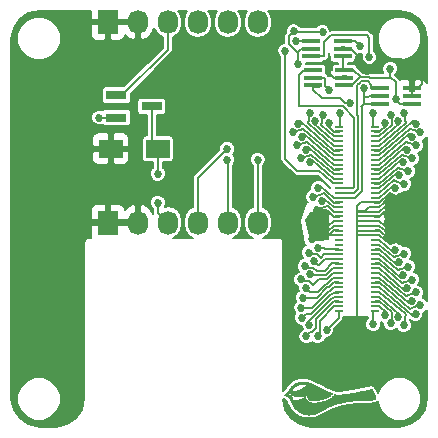
<source format=gtl>
G04 #@! TF.FileFunction,Copper,L1,Top,Signal*
%FSLAX46Y46*%
G04 Gerber Fmt 4.6, Leading zero omitted, Abs format (unit mm)*
G04 Created by KiCad (PCBNEW 4.0.1-stable) date Monday, January 11, 2016 'PMt' 05:07:45 PM*
%MOMM*%
G01*
G04 APERTURE LIST*
%ADD10C,0.100000*%
%ADD11C,0.010000*%
%ADD12R,0.700000X0.200000*%
%ADD13R,1.501140X0.398780*%
%ADD14R,2.000000X1.600000*%
%ADD15R,1.727200X2.032000*%
%ADD16O,1.727200X2.032000*%
%ADD17R,1.800860X0.800100*%
%ADD18C,0.685800*%
%ADD19C,0.685801*%
%ADD20C,0.152400*%
%ADD21C,0.203200*%
G04 APERTURE END LIST*
D10*
D11*
G36*
X155139423Y-121775069D02*
X155171094Y-121775572D01*
X155198725Y-121776621D01*
X155223824Y-121778340D01*
X155247893Y-121780851D01*
X155272439Y-121784276D01*
X155298967Y-121788740D01*
X155320931Y-121792815D01*
X155379786Y-121805578D01*
X155440883Y-121821645D01*
X155501336Y-121840182D01*
X155558260Y-121860354D01*
X155569639Y-121864777D01*
X155612817Y-121881970D01*
X155655192Y-121899108D01*
X155697150Y-121916370D01*
X155739080Y-121933937D01*
X155781369Y-121951989D01*
X155824404Y-121970707D01*
X155868573Y-121990271D01*
X155914265Y-122010862D01*
X155961866Y-122032659D01*
X156011764Y-122055844D01*
X156064347Y-122080597D01*
X156120003Y-122107099D01*
X156179118Y-122135528D01*
X156242082Y-122166067D01*
X156309280Y-122198896D01*
X156381102Y-122234194D01*
X156457935Y-122272143D01*
X156540166Y-122312923D01*
X156628183Y-122356714D01*
X156650903Y-122368037D01*
X156729183Y-122406981D01*
X156801702Y-122442880D01*
X156868949Y-122475961D01*
X156931415Y-122506448D01*
X156989589Y-122534567D01*
X157043962Y-122560545D01*
X157095024Y-122584606D01*
X157143265Y-122606978D01*
X157189175Y-122627885D01*
X157233244Y-122647553D01*
X157275962Y-122666208D01*
X157317819Y-122684076D01*
X157359306Y-122701382D01*
X157400912Y-122718353D01*
X157443128Y-122735213D01*
X157476403Y-122748281D01*
X157499926Y-122757518D01*
X157521319Y-122766037D01*
X157539688Y-122773473D01*
X157554143Y-122779460D01*
X157563791Y-122783635D01*
X157567732Y-122785624D01*
X157567199Y-122789719D01*
X157561987Y-122797737D01*
X157552739Y-122808968D01*
X157540100Y-122822704D01*
X157524712Y-122838236D01*
X157507219Y-122854855D01*
X157494178Y-122866657D01*
X157426199Y-122922758D01*
X157351764Y-122976253D01*
X157270994Y-123027086D01*
X157184011Y-123075200D01*
X157090938Y-123120538D01*
X156991897Y-123163043D01*
X156887009Y-123202658D01*
X156776398Y-123239327D01*
X156660185Y-123272992D01*
X156573292Y-123295296D01*
X156472697Y-123318538D01*
X156377709Y-123337867D01*
X156288081Y-123353303D01*
X156203561Y-123364868D01*
X156123901Y-123372580D01*
X156048851Y-123376462D01*
X155978163Y-123376535D01*
X155911587Y-123372818D01*
X155848874Y-123365332D01*
X155811082Y-123358660D01*
X155750450Y-123343748D01*
X155695094Y-123324367D01*
X155645086Y-123300590D01*
X155600499Y-123272491D01*
X155561404Y-123240142D01*
X155527873Y-123203617D01*
X155499979Y-123162988D01*
X155477795Y-123118329D01*
X155461392Y-123069713D01*
X155450842Y-123017214D01*
X155447903Y-122990940D01*
X155447085Y-122979833D01*
X155446149Y-122971698D01*
X155444111Y-122965994D01*
X155439991Y-122962178D01*
X155432806Y-122959710D01*
X155421575Y-122958046D01*
X155405315Y-122956646D01*
X155383045Y-122954967D01*
X155382667Y-122954937D01*
X155355115Y-122952710D01*
X155333944Y-122950816D01*
X155318491Y-122949166D01*
X155308094Y-122947673D01*
X155302090Y-122946249D01*
X155299817Y-122944807D01*
X155299918Y-122943974D01*
X155297973Y-122942665D01*
X155291139Y-122942440D01*
X155281468Y-122943114D01*
X155271010Y-122944497D01*
X155261817Y-122946403D01*
X155257431Y-122947859D01*
X155251923Y-122949376D01*
X155240616Y-122951836D01*
X155224669Y-122955008D01*
X155205241Y-122958665D01*
X155183489Y-122962578D01*
X155178056Y-122963529D01*
X155096570Y-122977036D01*
X155019154Y-122988409D01*
X154943266Y-122997987D01*
X154866367Y-123006109D01*
X154842917Y-123008294D01*
X154820487Y-123009888D01*
X154793281Y-123011121D01*
X154762652Y-123011993D01*
X154729951Y-123012504D01*
X154696529Y-123012652D01*
X154663738Y-123012438D01*
X154632930Y-123011861D01*
X154605455Y-123010920D01*
X154582666Y-123009615D01*
X154569514Y-123008402D01*
X154496686Y-122998747D01*
X154425829Y-122986860D01*
X154355068Y-122972349D01*
X154282527Y-122954822D01*
X154206331Y-122933890D01*
X154190857Y-122929368D01*
X154168243Y-122922575D01*
X154151577Y-122917222D01*
X154139982Y-122912959D01*
X154132578Y-122909438D01*
X154128490Y-122906309D01*
X154127057Y-122903968D01*
X154126091Y-122898855D01*
X154124509Y-122887561D01*
X154122410Y-122870925D01*
X154119895Y-122849783D01*
X154117063Y-122824975D01*
X154114013Y-122797338D01*
X154110918Y-122768392D01*
X154107321Y-122734399D01*
X154104435Y-122706757D01*
X154102312Y-122684791D01*
X154101001Y-122667830D01*
X154100553Y-122655198D01*
X154101018Y-122646223D01*
X154102447Y-122640230D01*
X154104890Y-122636547D01*
X154108397Y-122634499D01*
X154113018Y-122633413D01*
X154118805Y-122632615D01*
X154121091Y-122632283D01*
X154132337Y-122630254D01*
X154149389Y-122626797D01*
X154171193Y-122622151D01*
X154196700Y-122616555D01*
X154224858Y-122610249D01*
X154254615Y-122603471D01*
X154284921Y-122596461D01*
X154314725Y-122589457D01*
X154342975Y-122582700D01*
X154368620Y-122576427D01*
X154387833Y-122571593D01*
X154490462Y-122544234D01*
X154586453Y-122516397D01*
X154676213Y-122487945D01*
X154760153Y-122458742D01*
X154838680Y-122428650D01*
X154912203Y-122397534D01*
X154924056Y-122392213D01*
X154994730Y-122357760D01*
X155066700Y-122318022D01*
X155138246Y-122274092D01*
X155207648Y-122227066D01*
X155273190Y-122178037D01*
X155317403Y-122141786D01*
X155335065Y-122126423D01*
X155353398Y-122110012D01*
X155371684Y-122093244D01*
X155389206Y-122076810D01*
X155405249Y-122061401D01*
X155419095Y-122047709D01*
X155430027Y-122036424D01*
X155437329Y-122028238D01*
X155440283Y-122023841D01*
X155440219Y-122023368D01*
X155434114Y-122020119D01*
X155422137Y-122015797D01*
X155405347Y-122010663D01*
X155384801Y-122004980D01*
X155361556Y-121999011D01*
X155336670Y-121993019D01*
X155311199Y-121987265D01*
X155286201Y-121982013D01*
X155262732Y-121977526D01*
X155241852Y-121974065D01*
X155241556Y-121974021D01*
X155186513Y-121967477D01*
X155132179Y-121964423D01*
X155077039Y-121964893D01*
X155019581Y-121968923D01*
X154958289Y-121976548D01*
X154928461Y-121981261D01*
X154835204Y-121999850D01*
X154745771Y-122023707D01*
X154660377Y-122052725D01*
X154579234Y-122086797D01*
X154502557Y-122125818D01*
X154430558Y-122169681D01*
X154363451Y-122218280D01*
X154301449Y-122271509D01*
X154257949Y-122314915D01*
X154215574Y-122363556D01*
X154177536Y-122414333D01*
X154144493Y-122466230D01*
X154117105Y-122518230D01*
X154099656Y-122559355D01*
X154094680Y-122571769D01*
X154090056Y-122581937D01*
X154086789Y-122587652D01*
X154083532Y-122590958D01*
X154075631Y-122598670D01*
X154063561Y-122610334D01*
X154047793Y-122625496D01*
X154028801Y-122643704D01*
X154007057Y-122664504D01*
X153983034Y-122687442D01*
X153957205Y-122712065D01*
X153938042Y-122730309D01*
X153911341Y-122755737D01*
X153886208Y-122779712D01*
X153863104Y-122801794D01*
X153842486Y-122821540D01*
X153824813Y-122838513D01*
X153810545Y-122852270D01*
X153800139Y-122862371D01*
X153794055Y-122868376D01*
X153792607Y-122869922D01*
X153795572Y-122871699D01*
X153804384Y-122876052D01*
X153818436Y-122882701D01*
X153837123Y-122891368D01*
X153859836Y-122901773D01*
X153885972Y-122913637D01*
X153914923Y-122926683D01*
X153946083Y-122940630D01*
X153953468Y-122943923D01*
X154115126Y-123015942D01*
X154131981Y-123076214D01*
X154140094Y-123104199D01*
X154149941Y-123136534D01*
X154160916Y-123171347D01*
X154172411Y-123206762D01*
X154183817Y-123240907D01*
X154194527Y-123271907D01*
X154203511Y-123296757D01*
X154208959Y-123310443D01*
X154213479Y-123318917D01*
X154218136Y-123323733D01*
X154223830Y-123326392D01*
X154231132Y-123327558D01*
X154244453Y-123328496D01*
X154262760Y-123329209D01*
X154285020Y-123329697D01*
X154310201Y-123329965D01*
X154337269Y-123330013D01*
X154365192Y-123329845D01*
X154392937Y-123329461D01*
X154419472Y-123328866D01*
X154443763Y-123328060D01*
X154464777Y-123327046D01*
X154481319Y-123325841D01*
X154644261Y-123308212D01*
X154744139Y-123294838D01*
X154786859Y-123288400D01*
X154823678Y-123282100D01*
X154855734Y-123275624D01*
X154884167Y-123268661D01*
X154910116Y-123260899D01*
X154934721Y-123252025D01*
X154959122Y-123241727D01*
X154984457Y-123229694D01*
X154987556Y-123228147D01*
X155043115Y-123196813D01*
X155097664Y-123159211D01*
X155150233Y-123116128D01*
X155199852Y-123068353D01*
X155240314Y-123023042D01*
X155258347Y-123001319D01*
X155260748Y-123026569D01*
X155267775Y-123073991D01*
X155279681Y-123123168D01*
X155295802Y-123172224D01*
X155315477Y-123219282D01*
X155338042Y-123262463D01*
X155351719Y-123284289D01*
X155389340Y-123334006D01*
X155432141Y-123379003D01*
X155480037Y-123419251D01*
X155532937Y-123454723D01*
X155590757Y-123485389D01*
X155653406Y-123511223D01*
X155720799Y-123532197D01*
X155792848Y-123548282D01*
X155869465Y-123559451D01*
X155950562Y-123565676D01*
X156036053Y-123566929D01*
X156125848Y-123563182D01*
X156204639Y-123556139D01*
X156277782Y-123546822D01*
X156355875Y-123534509D01*
X156437621Y-123519481D01*
X156521724Y-123502024D01*
X156606887Y-123482418D01*
X156691813Y-123460949D01*
X156775205Y-123437899D01*
X156851986Y-123414745D01*
X156949460Y-123382112D01*
X157043786Y-123346670D01*
X157134613Y-123308629D01*
X157221592Y-123268203D01*
X157304372Y-123225600D01*
X157382604Y-123181034D01*
X157455937Y-123134714D01*
X157524021Y-123086853D01*
X157586506Y-123037661D01*
X157643041Y-122987350D01*
X157693278Y-122936131D01*
X157736865Y-122884215D01*
X157741516Y-122878103D01*
X157751132Y-122865676D01*
X157757892Y-122858104D01*
X157762929Y-122854422D01*
X157767377Y-122853664D01*
X157769726Y-122854079D01*
X157789163Y-122858388D01*
X157814240Y-122863070D01*
X157843568Y-122867922D01*
X157875757Y-122872737D01*
X157909415Y-122877313D01*
X157943152Y-122881443D01*
X157975578Y-122884923D01*
X157986167Y-122885932D01*
X158017905Y-122888462D01*
X158049888Y-122890184D01*
X158082791Y-122891067D01*
X158117290Y-122891080D01*
X158154060Y-122890194D01*
X158193775Y-122888377D01*
X158237113Y-122885599D01*
X158284746Y-122881829D01*
X158337352Y-122877037D01*
X158395605Y-122871192D01*
X158457125Y-122864600D01*
X158546165Y-122854237D01*
X158641639Y-122842018D01*
X158743193Y-122828007D01*
X158850469Y-122812269D01*
X158963115Y-122794868D01*
X159080774Y-122775867D01*
X159203091Y-122755332D01*
X159329712Y-122733326D01*
X159460280Y-122709914D01*
X159594441Y-122685160D01*
X159731840Y-122659128D01*
X159872121Y-122631882D01*
X160014930Y-122603486D01*
X160159911Y-122574006D01*
X160306709Y-122543505D01*
X160454969Y-122512046D01*
X160604335Y-122479696D01*
X160691972Y-122460408D01*
X160736466Y-122450554D01*
X160774684Y-122442267D01*
X160807258Y-122435680D01*
X160834823Y-122430928D01*
X160858011Y-122428146D01*
X160877455Y-122427468D01*
X160893788Y-122429028D01*
X160907642Y-122432962D01*
X160919652Y-122439404D01*
X160930449Y-122448488D01*
X160940667Y-122460348D01*
X160950938Y-122475120D01*
X160961896Y-122492938D01*
X160974174Y-122513936D01*
X160978453Y-122521295D01*
X161015722Y-122587072D01*
X161050654Y-122652322D01*
X161082855Y-122716214D01*
X161111929Y-122777915D01*
X161137481Y-122836594D01*
X161159117Y-122891419D01*
X161172982Y-122930859D01*
X161188442Y-122983272D01*
X161199158Y-123032184D01*
X161205158Y-123077367D01*
X161206469Y-123118594D01*
X161203119Y-123155635D01*
X161195134Y-123188262D01*
X161182543Y-123216247D01*
X161165372Y-123239362D01*
X161143649Y-123257378D01*
X161133124Y-123263395D01*
X161122991Y-123268154D01*
X161111941Y-123272524D01*
X161099615Y-123276533D01*
X161085657Y-123280209D01*
X161069709Y-123283581D01*
X161051413Y-123286677D01*
X161030414Y-123289524D01*
X161006352Y-123292152D01*
X160978872Y-123294587D01*
X160947615Y-123296859D01*
X160912225Y-123298995D01*
X160872343Y-123301023D01*
X160827613Y-123302973D01*
X160777677Y-123304871D01*
X160722178Y-123306746D01*
X160660759Y-123308626D01*
X160593062Y-123310540D01*
X160518731Y-123312515D01*
X160505000Y-123312869D01*
X160382923Y-123316207D01*
X160267344Y-123319786D01*
X160157707Y-123323639D01*
X160053456Y-123327794D01*
X159954037Y-123332284D01*
X159858895Y-123337138D01*
X159767474Y-123342388D01*
X159679219Y-123348064D01*
X159593574Y-123354196D01*
X159509985Y-123360816D01*
X159427897Y-123367954D01*
X159346754Y-123375640D01*
X159319667Y-123378345D01*
X159190967Y-123392177D01*
X159066502Y-123407273D01*
X158945523Y-123423805D01*
X158827281Y-123441941D01*
X158711028Y-123461851D01*
X158596016Y-123483705D01*
X158481496Y-123507671D01*
X158366721Y-123533920D01*
X158250941Y-123562620D01*
X158133408Y-123593942D01*
X158013373Y-123628054D01*
X157890090Y-123665127D01*
X157762808Y-123705329D01*
X157630780Y-123748830D01*
X157525792Y-123784551D01*
X157475932Y-123802059D01*
X157428400Y-123819485D01*
X157382527Y-123837150D01*
X157337643Y-123855374D01*
X157293080Y-123874476D01*
X157248167Y-123894779D01*
X157202235Y-123916601D01*
X157154615Y-123940263D01*
X157104637Y-123966085D01*
X157051633Y-123994388D01*
X156994932Y-124025492D01*
X156933865Y-124059717D01*
X156867763Y-124097384D01*
X156846694Y-124109493D01*
X156788073Y-124143223D01*
X156735102Y-124173651D01*
X156687334Y-124201025D01*
X156644321Y-124225591D01*
X156605616Y-124247596D01*
X156570771Y-124267287D01*
X156539338Y-124284910D01*
X156510870Y-124300714D01*
X156484919Y-124314944D01*
X156461037Y-124327848D01*
X156438777Y-124339672D01*
X156417692Y-124350664D01*
X156397332Y-124361070D01*
X156377252Y-124371138D01*
X156357003Y-124381113D01*
X156336138Y-124391244D01*
X156334306Y-124392128D01*
X156266867Y-124423565D01*
X156203250Y-124450819D01*
X156142082Y-124474282D01*
X156081992Y-124494345D01*
X156021609Y-124511402D01*
X155959560Y-124525844D01*
X155894474Y-124538064D01*
X155824978Y-124548454D01*
X155760139Y-124556279D01*
X155719152Y-124560039D01*
X155673206Y-124562999D01*
X155624358Y-124565105D01*
X155574663Y-124566301D01*
X155526179Y-124566532D01*
X155480962Y-124565744D01*
X155451458Y-124564508D01*
X155371912Y-124557865D01*
X155291456Y-124546743D01*
X155211278Y-124531443D01*
X155132567Y-124512263D01*
X155056511Y-124489501D01*
X154984298Y-124463456D01*
X154917116Y-124434427D01*
X154899008Y-124425625D01*
X154818028Y-124381372D01*
X154738806Y-124330408D01*
X154661482Y-124272893D01*
X154586195Y-124208983D01*
X154513086Y-124138836D01*
X154442295Y-124062610D01*
X154373960Y-123980463D01*
X154308223Y-123892552D01*
X154245222Y-123799036D01*
X154185097Y-123700070D01*
X154127989Y-123595814D01*
X154082897Y-123505201D01*
X154064559Y-123465287D01*
X154046937Y-123423922D01*
X154029526Y-123379814D01*
X154011819Y-123331672D01*
X153993310Y-123278204D01*
X153988965Y-123265250D01*
X153981296Y-123241804D01*
X153973193Y-123216214D01*
X153965008Y-123189673D01*
X153957093Y-123163373D01*
X153949801Y-123138508D01*
X153943485Y-123116269D01*
X153938496Y-123097848D01*
X153935187Y-123084440D01*
X153934378Y-123080558D01*
X153932209Y-123068996D01*
X153727595Y-122986428D01*
X153691615Y-122971883D01*
X153657607Y-122958085D01*
X153626132Y-122945266D01*
X153597748Y-122933654D01*
X153573014Y-122923480D01*
X153552490Y-122914974D01*
X153536734Y-122908367D01*
X153526307Y-122903889D01*
X153521768Y-122901769D01*
X153521619Y-122901656D01*
X153523960Y-122899006D01*
X153531162Y-122892050D01*
X153542812Y-122881163D01*
X153558495Y-122866724D01*
X153577797Y-122849108D01*
X153600304Y-122828694D01*
X153625601Y-122805859D01*
X153653274Y-122780979D01*
X153682909Y-122754432D01*
X153708286Y-122731769D01*
X153744302Y-122699640D01*
X153775416Y-122671846D01*
X153801998Y-122648033D01*
X153824415Y-122627848D01*
X153843038Y-122610935D01*
X153858235Y-122596942D01*
X153870376Y-122585513D01*
X153879830Y-122576294D01*
X153886965Y-122568931D01*
X153892152Y-122563071D01*
X153895759Y-122558358D01*
X153898156Y-122554439D01*
X153899712Y-122550959D01*
X153900795Y-122547565D01*
X153900979Y-122546897D01*
X153907388Y-122526348D01*
X153916490Y-122501398D01*
X153927560Y-122473816D01*
X153939874Y-122445375D01*
X153952705Y-122417843D01*
X153959300Y-122404554D01*
X153991749Y-122346345D01*
X154028977Y-122290220D01*
X154071666Y-122235249D01*
X154120499Y-122180502D01*
X154133642Y-122166849D01*
X154189151Y-122113310D01*
X154246431Y-122064827D01*
X154306685Y-122020531D01*
X154371117Y-121979557D01*
X154440931Y-121941037D01*
X154461917Y-121930420D01*
X154529971Y-121898548D01*
X154597985Y-121870713D01*
X154667187Y-121846541D01*
X154738807Y-121825659D01*
X154814072Y-121807692D01*
X154894212Y-121792268D01*
X154940680Y-121784752D01*
X154960516Y-121781832D01*
X154977844Y-121779566D01*
X154994061Y-121777870D01*
X155010562Y-121776659D01*
X155028742Y-121775848D01*
X155049998Y-121775355D01*
X155075724Y-121775094D01*
X155102208Y-121774991D01*
X155139423Y-121775069D01*
X155139423Y-121775069D01*
G37*
X155139423Y-121775069D02*
X155171094Y-121775572D01*
X155198725Y-121776621D01*
X155223824Y-121778340D01*
X155247893Y-121780851D01*
X155272439Y-121784276D01*
X155298967Y-121788740D01*
X155320931Y-121792815D01*
X155379786Y-121805578D01*
X155440883Y-121821645D01*
X155501336Y-121840182D01*
X155558260Y-121860354D01*
X155569639Y-121864777D01*
X155612817Y-121881970D01*
X155655192Y-121899108D01*
X155697150Y-121916370D01*
X155739080Y-121933937D01*
X155781369Y-121951989D01*
X155824404Y-121970707D01*
X155868573Y-121990271D01*
X155914265Y-122010862D01*
X155961866Y-122032659D01*
X156011764Y-122055844D01*
X156064347Y-122080597D01*
X156120003Y-122107099D01*
X156179118Y-122135528D01*
X156242082Y-122166067D01*
X156309280Y-122198896D01*
X156381102Y-122234194D01*
X156457935Y-122272143D01*
X156540166Y-122312923D01*
X156628183Y-122356714D01*
X156650903Y-122368037D01*
X156729183Y-122406981D01*
X156801702Y-122442880D01*
X156868949Y-122475961D01*
X156931415Y-122506448D01*
X156989589Y-122534567D01*
X157043962Y-122560545D01*
X157095024Y-122584606D01*
X157143265Y-122606978D01*
X157189175Y-122627885D01*
X157233244Y-122647553D01*
X157275962Y-122666208D01*
X157317819Y-122684076D01*
X157359306Y-122701382D01*
X157400912Y-122718353D01*
X157443128Y-122735213D01*
X157476403Y-122748281D01*
X157499926Y-122757518D01*
X157521319Y-122766037D01*
X157539688Y-122773473D01*
X157554143Y-122779460D01*
X157563791Y-122783635D01*
X157567732Y-122785624D01*
X157567199Y-122789719D01*
X157561987Y-122797737D01*
X157552739Y-122808968D01*
X157540100Y-122822704D01*
X157524712Y-122838236D01*
X157507219Y-122854855D01*
X157494178Y-122866657D01*
X157426199Y-122922758D01*
X157351764Y-122976253D01*
X157270994Y-123027086D01*
X157184011Y-123075200D01*
X157090938Y-123120538D01*
X156991897Y-123163043D01*
X156887009Y-123202658D01*
X156776398Y-123239327D01*
X156660185Y-123272992D01*
X156573292Y-123295296D01*
X156472697Y-123318538D01*
X156377709Y-123337867D01*
X156288081Y-123353303D01*
X156203561Y-123364868D01*
X156123901Y-123372580D01*
X156048851Y-123376462D01*
X155978163Y-123376535D01*
X155911587Y-123372818D01*
X155848874Y-123365332D01*
X155811082Y-123358660D01*
X155750450Y-123343748D01*
X155695094Y-123324367D01*
X155645086Y-123300590D01*
X155600499Y-123272491D01*
X155561404Y-123240142D01*
X155527873Y-123203617D01*
X155499979Y-123162988D01*
X155477795Y-123118329D01*
X155461392Y-123069713D01*
X155450842Y-123017214D01*
X155447903Y-122990940D01*
X155447085Y-122979833D01*
X155446149Y-122971698D01*
X155444111Y-122965994D01*
X155439991Y-122962178D01*
X155432806Y-122959710D01*
X155421575Y-122958046D01*
X155405315Y-122956646D01*
X155383045Y-122954967D01*
X155382667Y-122954937D01*
X155355115Y-122952710D01*
X155333944Y-122950816D01*
X155318491Y-122949166D01*
X155308094Y-122947673D01*
X155302090Y-122946249D01*
X155299817Y-122944807D01*
X155299918Y-122943974D01*
X155297973Y-122942665D01*
X155291139Y-122942440D01*
X155281468Y-122943114D01*
X155271010Y-122944497D01*
X155261817Y-122946403D01*
X155257431Y-122947859D01*
X155251923Y-122949376D01*
X155240616Y-122951836D01*
X155224669Y-122955008D01*
X155205241Y-122958665D01*
X155183489Y-122962578D01*
X155178056Y-122963529D01*
X155096570Y-122977036D01*
X155019154Y-122988409D01*
X154943266Y-122997987D01*
X154866367Y-123006109D01*
X154842917Y-123008294D01*
X154820487Y-123009888D01*
X154793281Y-123011121D01*
X154762652Y-123011993D01*
X154729951Y-123012504D01*
X154696529Y-123012652D01*
X154663738Y-123012438D01*
X154632930Y-123011861D01*
X154605455Y-123010920D01*
X154582666Y-123009615D01*
X154569514Y-123008402D01*
X154496686Y-122998747D01*
X154425829Y-122986860D01*
X154355068Y-122972349D01*
X154282527Y-122954822D01*
X154206331Y-122933890D01*
X154190857Y-122929368D01*
X154168243Y-122922575D01*
X154151577Y-122917222D01*
X154139982Y-122912959D01*
X154132578Y-122909438D01*
X154128490Y-122906309D01*
X154127057Y-122903968D01*
X154126091Y-122898855D01*
X154124509Y-122887561D01*
X154122410Y-122870925D01*
X154119895Y-122849783D01*
X154117063Y-122824975D01*
X154114013Y-122797338D01*
X154110918Y-122768392D01*
X154107321Y-122734399D01*
X154104435Y-122706757D01*
X154102312Y-122684791D01*
X154101001Y-122667830D01*
X154100553Y-122655198D01*
X154101018Y-122646223D01*
X154102447Y-122640230D01*
X154104890Y-122636547D01*
X154108397Y-122634499D01*
X154113018Y-122633413D01*
X154118805Y-122632615D01*
X154121091Y-122632283D01*
X154132337Y-122630254D01*
X154149389Y-122626797D01*
X154171193Y-122622151D01*
X154196700Y-122616555D01*
X154224858Y-122610249D01*
X154254615Y-122603471D01*
X154284921Y-122596461D01*
X154314725Y-122589457D01*
X154342975Y-122582700D01*
X154368620Y-122576427D01*
X154387833Y-122571593D01*
X154490462Y-122544234D01*
X154586453Y-122516397D01*
X154676213Y-122487945D01*
X154760153Y-122458742D01*
X154838680Y-122428650D01*
X154912203Y-122397534D01*
X154924056Y-122392213D01*
X154994730Y-122357760D01*
X155066700Y-122318022D01*
X155138246Y-122274092D01*
X155207648Y-122227066D01*
X155273190Y-122178037D01*
X155317403Y-122141786D01*
X155335065Y-122126423D01*
X155353398Y-122110012D01*
X155371684Y-122093244D01*
X155389206Y-122076810D01*
X155405249Y-122061401D01*
X155419095Y-122047709D01*
X155430027Y-122036424D01*
X155437329Y-122028238D01*
X155440283Y-122023841D01*
X155440219Y-122023368D01*
X155434114Y-122020119D01*
X155422137Y-122015797D01*
X155405347Y-122010663D01*
X155384801Y-122004980D01*
X155361556Y-121999011D01*
X155336670Y-121993019D01*
X155311199Y-121987265D01*
X155286201Y-121982013D01*
X155262732Y-121977526D01*
X155241852Y-121974065D01*
X155241556Y-121974021D01*
X155186513Y-121967477D01*
X155132179Y-121964423D01*
X155077039Y-121964893D01*
X155019581Y-121968923D01*
X154958289Y-121976548D01*
X154928461Y-121981261D01*
X154835204Y-121999850D01*
X154745771Y-122023707D01*
X154660377Y-122052725D01*
X154579234Y-122086797D01*
X154502557Y-122125818D01*
X154430558Y-122169681D01*
X154363451Y-122218280D01*
X154301449Y-122271509D01*
X154257949Y-122314915D01*
X154215574Y-122363556D01*
X154177536Y-122414333D01*
X154144493Y-122466230D01*
X154117105Y-122518230D01*
X154099656Y-122559355D01*
X154094680Y-122571769D01*
X154090056Y-122581937D01*
X154086789Y-122587652D01*
X154083532Y-122590958D01*
X154075631Y-122598670D01*
X154063561Y-122610334D01*
X154047793Y-122625496D01*
X154028801Y-122643704D01*
X154007057Y-122664504D01*
X153983034Y-122687442D01*
X153957205Y-122712065D01*
X153938042Y-122730309D01*
X153911341Y-122755737D01*
X153886208Y-122779712D01*
X153863104Y-122801794D01*
X153842486Y-122821540D01*
X153824813Y-122838513D01*
X153810545Y-122852270D01*
X153800139Y-122862371D01*
X153794055Y-122868376D01*
X153792607Y-122869922D01*
X153795572Y-122871699D01*
X153804384Y-122876052D01*
X153818436Y-122882701D01*
X153837123Y-122891368D01*
X153859836Y-122901773D01*
X153885972Y-122913637D01*
X153914923Y-122926683D01*
X153946083Y-122940630D01*
X153953468Y-122943923D01*
X154115126Y-123015942D01*
X154131981Y-123076214D01*
X154140094Y-123104199D01*
X154149941Y-123136534D01*
X154160916Y-123171347D01*
X154172411Y-123206762D01*
X154183817Y-123240907D01*
X154194527Y-123271907D01*
X154203511Y-123296757D01*
X154208959Y-123310443D01*
X154213479Y-123318917D01*
X154218136Y-123323733D01*
X154223830Y-123326392D01*
X154231132Y-123327558D01*
X154244453Y-123328496D01*
X154262760Y-123329209D01*
X154285020Y-123329697D01*
X154310201Y-123329965D01*
X154337269Y-123330013D01*
X154365192Y-123329845D01*
X154392937Y-123329461D01*
X154419472Y-123328866D01*
X154443763Y-123328060D01*
X154464777Y-123327046D01*
X154481319Y-123325841D01*
X154644261Y-123308212D01*
X154744139Y-123294838D01*
X154786859Y-123288400D01*
X154823678Y-123282100D01*
X154855734Y-123275624D01*
X154884167Y-123268661D01*
X154910116Y-123260899D01*
X154934721Y-123252025D01*
X154959122Y-123241727D01*
X154984457Y-123229694D01*
X154987556Y-123228147D01*
X155043115Y-123196813D01*
X155097664Y-123159211D01*
X155150233Y-123116128D01*
X155199852Y-123068353D01*
X155240314Y-123023042D01*
X155258347Y-123001319D01*
X155260748Y-123026569D01*
X155267775Y-123073991D01*
X155279681Y-123123168D01*
X155295802Y-123172224D01*
X155315477Y-123219282D01*
X155338042Y-123262463D01*
X155351719Y-123284289D01*
X155389340Y-123334006D01*
X155432141Y-123379003D01*
X155480037Y-123419251D01*
X155532937Y-123454723D01*
X155590757Y-123485389D01*
X155653406Y-123511223D01*
X155720799Y-123532197D01*
X155792848Y-123548282D01*
X155869465Y-123559451D01*
X155950562Y-123565676D01*
X156036053Y-123566929D01*
X156125848Y-123563182D01*
X156204639Y-123556139D01*
X156277782Y-123546822D01*
X156355875Y-123534509D01*
X156437621Y-123519481D01*
X156521724Y-123502024D01*
X156606887Y-123482418D01*
X156691813Y-123460949D01*
X156775205Y-123437899D01*
X156851986Y-123414745D01*
X156949460Y-123382112D01*
X157043786Y-123346670D01*
X157134613Y-123308629D01*
X157221592Y-123268203D01*
X157304372Y-123225600D01*
X157382604Y-123181034D01*
X157455937Y-123134714D01*
X157524021Y-123086853D01*
X157586506Y-123037661D01*
X157643041Y-122987350D01*
X157693278Y-122936131D01*
X157736865Y-122884215D01*
X157741516Y-122878103D01*
X157751132Y-122865676D01*
X157757892Y-122858104D01*
X157762929Y-122854422D01*
X157767377Y-122853664D01*
X157769726Y-122854079D01*
X157789163Y-122858388D01*
X157814240Y-122863070D01*
X157843568Y-122867922D01*
X157875757Y-122872737D01*
X157909415Y-122877313D01*
X157943152Y-122881443D01*
X157975578Y-122884923D01*
X157986167Y-122885932D01*
X158017905Y-122888462D01*
X158049888Y-122890184D01*
X158082791Y-122891067D01*
X158117290Y-122891080D01*
X158154060Y-122890194D01*
X158193775Y-122888377D01*
X158237113Y-122885599D01*
X158284746Y-122881829D01*
X158337352Y-122877037D01*
X158395605Y-122871192D01*
X158457125Y-122864600D01*
X158546165Y-122854237D01*
X158641639Y-122842018D01*
X158743193Y-122828007D01*
X158850469Y-122812269D01*
X158963115Y-122794868D01*
X159080774Y-122775867D01*
X159203091Y-122755332D01*
X159329712Y-122733326D01*
X159460280Y-122709914D01*
X159594441Y-122685160D01*
X159731840Y-122659128D01*
X159872121Y-122631882D01*
X160014930Y-122603486D01*
X160159911Y-122574006D01*
X160306709Y-122543505D01*
X160454969Y-122512046D01*
X160604335Y-122479696D01*
X160691972Y-122460408D01*
X160736466Y-122450554D01*
X160774684Y-122442267D01*
X160807258Y-122435680D01*
X160834823Y-122430928D01*
X160858011Y-122428146D01*
X160877455Y-122427468D01*
X160893788Y-122429028D01*
X160907642Y-122432962D01*
X160919652Y-122439404D01*
X160930449Y-122448488D01*
X160940667Y-122460348D01*
X160950938Y-122475120D01*
X160961896Y-122492938D01*
X160974174Y-122513936D01*
X160978453Y-122521295D01*
X161015722Y-122587072D01*
X161050654Y-122652322D01*
X161082855Y-122716214D01*
X161111929Y-122777915D01*
X161137481Y-122836594D01*
X161159117Y-122891419D01*
X161172982Y-122930859D01*
X161188442Y-122983272D01*
X161199158Y-123032184D01*
X161205158Y-123077367D01*
X161206469Y-123118594D01*
X161203119Y-123155635D01*
X161195134Y-123188262D01*
X161182543Y-123216247D01*
X161165372Y-123239362D01*
X161143649Y-123257378D01*
X161133124Y-123263395D01*
X161122991Y-123268154D01*
X161111941Y-123272524D01*
X161099615Y-123276533D01*
X161085657Y-123280209D01*
X161069709Y-123283581D01*
X161051413Y-123286677D01*
X161030414Y-123289524D01*
X161006352Y-123292152D01*
X160978872Y-123294587D01*
X160947615Y-123296859D01*
X160912225Y-123298995D01*
X160872343Y-123301023D01*
X160827613Y-123302973D01*
X160777677Y-123304871D01*
X160722178Y-123306746D01*
X160660759Y-123308626D01*
X160593062Y-123310540D01*
X160518731Y-123312515D01*
X160505000Y-123312869D01*
X160382923Y-123316207D01*
X160267344Y-123319786D01*
X160157707Y-123323639D01*
X160053456Y-123327794D01*
X159954037Y-123332284D01*
X159858895Y-123337138D01*
X159767474Y-123342388D01*
X159679219Y-123348064D01*
X159593574Y-123354196D01*
X159509985Y-123360816D01*
X159427897Y-123367954D01*
X159346754Y-123375640D01*
X159319667Y-123378345D01*
X159190967Y-123392177D01*
X159066502Y-123407273D01*
X158945523Y-123423805D01*
X158827281Y-123441941D01*
X158711028Y-123461851D01*
X158596016Y-123483705D01*
X158481496Y-123507671D01*
X158366721Y-123533920D01*
X158250941Y-123562620D01*
X158133408Y-123593942D01*
X158013373Y-123628054D01*
X157890090Y-123665127D01*
X157762808Y-123705329D01*
X157630780Y-123748830D01*
X157525792Y-123784551D01*
X157475932Y-123802059D01*
X157428400Y-123819485D01*
X157382527Y-123837150D01*
X157337643Y-123855374D01*
X157293080Y-123874476D01*
X157248167Y-123894779D01*
X157202235Y-123916601D01*
X157154615Y-123940263D01*
X157104637Y-123966085D01*
X157051633Y-123994388D01*
X156994932Y-124025492D01*
X156933865Y-124059717D01*
X156867763Y-124097384D01*
X156846694Y-124109493D01*
X156788073Y-124143223D01*
X156735102Y-124173651D01*
X156687334Y-124201025D01*
X156644321Y-124225591D01*
X156605616Y-124247596D01*
X156570771Y-124267287D01*
X156539338Y-124284910D01*
X156510870Y-124300714D01*
X156484919Y-124314944D01*
X156461037Y-124327848D01*
X156438777Y-124339672D01*
X156417692Y-124350664D01*
X156397332Y-124361070D01*
X156377252Y-124371138D01*
X156357003Y-124381113D01*
X156336138Y-124391244D01*
X156334306Y-124392128D01*
X156266867Y-124423565D01*
X156203250Y-124450819D01*
X156142082Y-124474282D01*
X156081992Y-124494345D01*
X156021609Y-124511402D01*
X155959560Y-124525844D01*
X155894474Y-124538064D01*
X155824978Y-124548454D01*
X155760139Y-124556279D01*
X155719152Y-124560039D01*
X155673206Y-124562999D01*
X155624358Y-124565105D01*
X155574663Y-124566301D01*
X155526179Y-124566532D01*
X155480962Y-124565744D01*
X155451458Y-124564508D01*
X155371912Y-124557865D01*
X155291456Y-124546743D01*
X155211278Y-124531443D01*
X155132567Y-124512263D01*
X155056511Y-124489501D01*
X154984298Y-124463456D01*
X154917116Y-124434427D01*
X154899008Y-124425625D01*
X154818028Y-124381372D01*
X154738806Y-124330408D01*
X154661482Y-124272893D01*
X154586195Y-124208983D01*
X154513086Y-124138836D01*
X154442295Y-124062610D01*
X154373960Y-123980463D01*
X154308223Y-123892552D01*
X154245222Y-123799036D01*
X154185097Y-123700070D01*
X154127989Y-123595814D01*
X154082897Y-123505201D01*
X154064559Y-123465287D01*
X154046937Y-123423922D01*
X154029526Y-123379814D01*
X154011819Y-123331672D01*
X153993310Y-123278204D01*
X153988965Y-123265250D01*
X153981296Y-123241804D01*
X153973193Y-123216214D01*
X153965008Y-123189673D01*
X153957093Y-123163373D01*
X153949801Y-123138508D01*
X153943485Y-123116269D01*
X153938496Y-123097848D01*
X153935187Y-123084440D01*
X153934378Y-123080558D01*
X153932209Y-123068996D01*
X153727595Y-122986428D01*
X153691615Y-122971883D01*
X153657607Y-122958085D01*
X153626132Y-122945266D01*
X153597748Y-122933654D01*
X153573014Y-122923480D01*
X153552490Y-122914974D01*
X153536734Y-122908367D01*
X153526307Y-122903889D01*
X153521768Y-122901769D01*
X153521619Y-122901656D01*
X153523960Y-122899006D01*
X153531162Y-122892050D01*
X153542812Y-122881163D01*
X153558495Y-122866724D01*
X153577797Y-122849108D01*
X153600304Y-122828694D01*
X153625601Y-122805859D01*
X153653274Y-122780979D01*
X153682909Y-122754432D01*
X153708286Y-122731769D01*
X153744302Y-122699640D01*
X153775416Y-122671846D01*
X153801998Y-122648033D01*
X153824415Y-122627848D01*
X153843038Y-122610935D01*
X153858235Y-122596942D01*
X153870376Y-122585513D01*
X153879830Y-122576294D01*
X153886965Y-122568931D01*
X153892152Y-122563071D01*
X153895759Y-122558358D01*
X153898156Y-122554439D01*
X153899712Y-122550959D01*
X153900795Y-122547565D01*
X153900979Y-122546897D01*
X153907388Y-122526348D01*
X153916490Y-122501398D01*
X153927560Y-122473816D01*
X153939874Y-122445375D01*
X153952705Y-122417843D01*
X153959300Y-122404554D01*
X153991749Y-122346345D01*
X154028977Y-122290220D01*
X154071666Y-122235249D01*
X154120499Y-122180502D01*
X154133642Y-122166849D01*
X154189151Y-122113310D01*
X154246431Y-122064827D01*
X154306685Y-122020531D01*
X154371117Y-121979557D01*
X154440931Y-121941037D01*
X154461917Y-121930420D01*
X154529971Y-121898548D01*
X154597985Y-121870713D01*
X154667187Y-121846541D01*
X154738807Y-121825659D01*
X154814072Y-121807692D01*
X154894212Y-121792268D01*
X154940680Y-121784752D01*
X154960516Y-121781832D01*
X154977844Y-121779566D01*
X154994061Y-121777870D01*
X155010562Y-121776659D01*
X155028742Y-121775848D01*
X155049998Y-121775355D01*
X155075724Y-121775094D01*
X155102208Y-121774991D01*
X155139423Y-121775069D01*
D12*
X161190000Y-100200000D03*
X161190000Y-100600000D03*
X161190000Y-101000000D03*
X161190000Y-101400000D03*
X161190000Y-101800000D03*
X161190000Y-102200000D03*
X161190000Y-102600000D03*
X161190000Y-103000000D03*
X161190000Y-103400000D03*
X161190000Y-103800000D03*
X161190000Y-107800000D03*
X161190000Y-107400000D03*
X161190000Y-107000000D03*
X161190000Y-106600000D03*
X161190000Y-106200000D03*
X161190000Y-105800000D03*
X161190000Y-105400000D03*
X161190000Y-105000000D03*
X161190000Y-104600000D03*
X161190000Y-104200000D03*
X161190000Y-108200000D03*
X161190000Y-108600000D03*
X161190000Y-109000000D03*
X161190000Y-109400000D03*
X161190000Y-109800000D03*
X161190000Y-110200000D03*
X161190000Y-110600000D03*
X161190000Y-111000000D03*
X161190000Y-111400000D03*
X161190000Y-111800000D03*
X161190000Y-115800000D03*
X161190000Y-115400000D03*
X161190000Y-115000000D03*
X161190000Y-114600000D03*
X161190000Y-114200000D03*
X161190000Y-113800000D03*
X161190000Y-113400000D03*
X161190000Y-113000000D03*
X161190000Y-112600000D03*
X161190000Y-112200000D03*
X158110000Y-112200000D03*
X158110000Y-112600000D03*
X158110000Y-113000000D03*
X158110000Y-113400000D03*
X158110000Y-113800000D03*
X158110000Y-114200000D03*
X158110000Y-114600000D03*
X158110000Y-115000000D03*
X158110000Y-115400000D03*
X158110000Y-115800000D03*
X158110000Y-111800000D03*
X158110000Y-111400000D03*
X158110000Y-111000000D03*
X158110000Y-110600000D03*
X158110000Y-110200000D03*
X158110000Y-109800000D03*
X158110000Y-109400000D03*
X158110000Y-109000000D03*
X158110000Y-108600000D03*
X158110000Y-108200000D03*
X158110000Y-104200000D03*
X158110000Y-104600000D03*
X158110000Y-105000000D03*
X158110000Y-105400000D03*
X158110000Y-105800000D03*
X158110000Y-106200000D03*
X158110000Y-106600000D03*
X158110000Y-107000000D03*
X158110000Y-107400000D03*
X158110000Y-107800000D03*
X158110000Y-103800000D03*
X158110000Y-103400000D03*
X158110000Y-103000000D03*
X158110000Y-102600000D03*
X158110000Y-102200000D03*
X158110000Y-101800000D03*
X158110000Y-101400000D03*
X158110000Y-101000000D03*
X158110000Y-100600000D03*
X158110000Y-100200000D03*
D13*
X158461920Y-94250000D03*
X158461920Y-93599760D03*
X158461920Y-92949520D03*
X155800000Y-92949520D03*
X155800000Y-93599760D03*
X155800000Y-94250000D03*
X164300000Y-98250000D03*
X164300000Y-97599760D03*
X164300000Y-96949520D03*
X161638080Y-96949520D03*
X161638080Y-97599760D03*
X161638080Y-98250000D03*
X158611920Y-96700000D03*
X158611920Y-96049760D03*
X158611920Y-95399520D03*
X155950000Y-95399520D03*
X155950000Y-96049760D03*
X155950000Y-96700000D03*
D14*
X142820000Y-102070000D03*
X138820000Y-102070000D03*
D15*
X138570000Y-108310000D03*
D16*
X141110000Y-108310000D03*
X143650000Y-108310000D03*
X146190000Y-108310000D03*
X148730000Y-108310000D03*
X151270000Y-108310000D03*
D17*
X139298860Y-97530000D03*
X139298860Y-99430000D03*
X142301140Y-98480000D03*
D15*
X138570000Y-91350000D03*
D16*
X141110000Y-91350000D03*
X143650000Y-91350000D03*
X146190000Y-91350000D03*
X148730000Y-91350000D03*
X151270000Y-91350000D03*
D18*
X162950000Y-97849974D03*
X162500000Y-95300000D03*
D19*
X163335170Y-106128721D03*
X162579214Y-106491109D03*
X162993938Y-107218712D03*
X162237982Y-107581100D03*
X162237982Y-108419301D03*
X162993938Y-108781689D03*
X162579214Y-109509292D03*
X163335170Y-109871680D03*
D18*
X164264956Y-95352566D03*
X160500000Y-95450000D03*
X157300000Y-95000000D03*
X159100000Y-98150000D03*
X159950000Y-93400000D03*
X154500000Y-92950000D03*
X153600000Y-93750000D03*
X154325068Y-92130246D03*
X160303087Y-96914049D03*
X157300000Y-97100000D03*
X156750000Y-92200000D03*
X154650000Y-94900000D03*
D19*
X156380187Y-105401118D03*
D18*
X160729126Y-94320874D03*
X137840000Y-99420000D03*
D19*
X155876208Y-109739124D03*
X156306694Y-107218712D03*
X157062650Y-107581100D03*
X157062650Y-108419301D03*
X156306694Y-108781689D03*
X156721418Y-109509292D03*
D18*
X148670000Y-102090000D03*
X148700000Y-103000000D03*
X151260000Y-103000000D03*
D19*
X154941767Y-102858749D03*
X155697723Y-103221137D03*
X161045015Y-116945501D03*
X161045015Y-99054899D03*
X158255617Y-99054899D03*
X158255617Y-99054899D03*
X162035617Y-116147324D03*
X162511810Y-116834445D03*
X163166374Y-116308281D03*
X163642567Y-116995401D03*
X164626605Y-116049236D03*
X165041329Y-115321633D03*
X164285373Y-114959245D03*
X164700097Y-114231642D03*
X163944142Y-113869254D03*
X164358866Y-113141651D03*
X163602910Y-112779264D03*
X164017634Y-112051661D03*
X163261678Y-111689273D03*
X163676402Y-110961670D03*
X162920446Y-110599282D03*
X162920446Y-105401118D03*
X163676402Y-105038731D03*
X163261678Y-104311128D03*
X164017634Y-103948740D03*
X163602910Y-103221137D03*
X164358866Y-102858749D03*
X163944142Y-102131146D03*
X164700097Y-101768759D03*
X164285373Y-101041156D03*
X165041329Y-100678768D03*
X164626605Y-99951165D03*
X163642567Y-99005000D03*
X163166374Y-99692120D03*
X162511810Y-99165956D03*
X162035617Y-99853076D03*
X157265015Y-99853076D03*
X156788823Y-99165956D03*
X156134258Y-99692120D03*
X155658066Y-99005000D03*
X154674027Y-99951165D03*
X154259303Y-100678768D03*
X155015259Y-101041156D03*
X154600535Y-101768759D03*
X155356491Y-102131146D03*
X155965462Y-106128721D03*
X156721418Y-106491109D03*
X156355053Y-110427096D03*
X155564696Y-110869240D03*
X156028124Y-111567691D03*
X155252991Y-112003775D03*
X155706439Y-112708746D03*
X154932167Y-113125361D03*
X155358566Y-113847014D03*
X155060934Y-114687615D03*
X154952940Y-115516279D03*
X155010000Y-116360002D03*
X155629232Y-116961158D03*
X155390000Y-117950000D03*
X156350000Y-117960000D03*
X157090000Y-117390000D03*
D18*
X142810000Y-104190000D03*
X142810000Y-106630000D03*
D20*
X162950000Y-97849974D02*
X162950000Y-96450000D01*
X162950000Y-96450000D02*
X162850000Y-96350000D01*
X162950000Y-97849974D02*
X163350266Y-98250240D01*
X163350266Y-98250240D02*
X163350506Y-98250000D01*
X163350506Y-98250000D02*
X164300000Y-98250000D01*
X162850000Y-96350000D02*
X162550000Y-96050000D01*
X158461920Y-94250000D02*
X158461920Y-95249520D01*
X158461920Y-95249520D02*
X158611920Y-95399520D01*
X159353696Y-95399520D02*
X159975678Y-96021502D01*
X158611920Y-95399520D02*
X159353696Y-95399520D01*
X160771502Y-96021502D02*
X160528498Y-96021502D01*
X162550000Y-96050000D02*
X160800000Y-96050000D01*
X160800000Y-96050000D02*
X160771502Y-96021502D01*
X160528498Y-96021502D02*
X159914476Y-96021502D01*
X159235978Y-96700000D02*
X158611920Y-96700000D01*
X159975678Y-96021502D02*
X160528498Y-96021502D01*
X159914476Y-96021502D02*
X159235978Y-96700000D01*
X162500000Y-96000000D02*
X162500000Y-95784933D01*
X162550000Y-96050000D02*
X162500000Y-96000000D01*
X162500000Y-95784933D02*
X162500000Y-95300000D01*
X158611920Y-94261920D02*
X158600000Y-94250000D01*
X159680000Y-109000000D02*
X159680000Y-109380000D01*
X159680000Y-109380000D02*
X159680000Y-117880000D01*
X161190000Y-109400000D02*
X159700000Y-109400000D01*
X159700000Y-109400000D02*
X159680000Y-109380000D01*
X159680000Y-108630000D02*
X159680000Y-109000000D01*
X161190000Y-109000000D02*
X159680000Y-109000000D01*
X159680000Y-108200000D02*
X159680000Y-108630000D01*
X161190000Y-108600000D02*
X160687600Y-108600000D01*
X160687600Y-108600000D02*
X160657600Y-108630000D01*
X160657600Y-108630000D02*
X159680000Y-108630000D01*
X159680000Y-107800000D02*
X159680000Y-108200000D01*
X161190000Y-108200000D02*
X159680000Y-108200000D01*
X159680000Y-107340000D02*
X159680000Y-107800000D01*
X161190000Y-107800000D02*
X159680000Y-107800000D01*
X160347600Y-107340000D02*
X159790000Y-107340000D01*
X159790000Y-107340000D02*
X159680000Y-107340000D01*
X161190000Y-107400000D02*
X159850000Y-107400000D01*
X159850000Y-107400000D02*
X159790000Y-107340000D01*
X159680000Y-106900000D02*
X159680000Y-107340000D01*
X161190000Y-107000000D02*
X160687600Y-107000000D01*
X160687600Y-107000000D02*
X160347600Y-107340000D01*
X159720000Y-106860000D02*
X159680000Y-106900000D01*
X159980000Y-106600000D02*
X159720000Y-106860000D01*
X160687600Y-106600000D02*
X159980000Y-106600000D01*
X161190000Y-106600000D02*
X160687600Y-106600000D01*
X161190316Y-106624000D02*
X161540316Y-106624000D01*
X161540316Y-106624000D02*
X162460992Y-105841578D01*
X162460992Y-105841578D02*
X162749830Y-105946114D01*
X162749830Y-105946114D02*
X163335170Y-106128721D01*
X161190316Y-107024000D02*
X161540316Y-107024000D01*
X161540316Y-107024000D02*
X162406505Y-106287883D01*
X162406505Y-106287883D02*
X162579214Y-106491109D01*
X161190316Y-107424000D02*
X161540316Y-107424000D01*
X161540316Y-107424000D02*
X162119760Y-106931569D01*
X162119760Y-106931569D02*
X162408598Y-107036104D01*
X162408598Y-107036104D02*
X162993938Y-107218712D01*
X161190316Y-107824000D02*
X161540316Y-107824000D01*
X161540316Y-107824000D02*
X162065274Y-107377873D01*
X162065274Y-107377873D02*
X162237982Y-107581100D01*
X161190316Y-108176401D02*
X161540316Y-108176401D01*
X161540316Y-108176401D02*
X162065274Y-108622527D01*
X162065274Y-108622527D02*
X162237982Y-108419301D01*
X161190316Y-108576401D02*
X161540316Y-108576401D01*
X161540316Y-108576401D02*
X162119760Y-109068832D01*
X162119760Y-109068832D02*
X162408598Y-108964297D01*
X162408598Y-108964297D02*
X162993938Y-108781689D01*
X161190316Y-108976401D02*
X161540316Y-108976401D01*
X161540316Y-108976401D02*
X162406505Y-109712518D01*
X162406505Y-109712518D02*
X162579214Y-109509292D01*
X161190316Y-109376401D02*
X161540316Y-109376401D01*
X161540316Y-109376401D02*
X162460992Y-110158823D01*
X162460992Y-110158823D02*
X162749830Y-110054287D01*
X162749830Y-110054287D02*
X163335170Y-109871680D01*
X165202970Y-96290580D02*
X164607855Y-95695465D01*
X163412390Y-94500000D02*
X163922057Y-95009667D01*
X164851180Y-96949520D02*
X165202970Y-96597730D01*
X164300000Y-96949520D02*
X164851180Y-96949520D01*
X160500000Y-95450000D02*
X161450000Y-94500000D01*
X163922057Y-95009667D02*
X164264956Y-95352566D01*
X165202970Y-96597730D02*
X165202970Y-96290580D01*
X161450000Y-94500000D02*
X163412390Y-94500000D01*
X164607855Y-95695465D02*
X164264956Y-95352566D01*
X164300000Y-97599760D02*
X164300000Y-96949520D01*
X160500000Y-95450000D02*
X160500000Y-94965067D01*
X160500000Y-94965067D02*
X159134693Y-93599760D01*
X159134693Y-93599760D02*
X158461920Y-93599760D01*
X157300000Y-93996790D02*
X157300000Y-94515067D01*
X157300000Y-94515067D02*
X157300000Y-95000000D01*
X158611920Y-96049760D02*
X157708950Y-96049760D01*
X157708950Y-96049760D02*
X157300000Y-95640810D01*
X157300000Y-95640810D02*
X157300000Y-95000000D01*
X159502970Y-92949520D02*
X158461920Y-92949520D01*
X158265067Y-97800000D02*
X156698210Y-97800000D01*
X155950000Y-97051790D02*
X155950000Y-96700000D01*
X156698210Y-97800000D02*
X155950000Y-97051790D01*
X159100000Y-98150000D02*
X158615067Y-98150000D01*
X158615067Y-98150000D02*
X158265067Y-97800000D01*
X159950000Y-93396550D02*
X159950000Y-93400000D01*
X159502970Y-92949520D02*
X159950000Y-93396550D01*
X156470220Y-96800240D02*
X155919040Y-96800240D01*
X155800000Y-92949520D02*
X154500480Y-92949520D01*
X154500480Y-92949520D02*
X154500000Y-92950000D01*
X155938080Y-92949520D02*
X155937600Y-92950000D01*
X153600000Y-102950000D02*
X154598740Y-103948740D01*
X154598740Y-103948740D02*
X156495045Y-103948740D01*
X156903232Y-104295632D02*
X156495045Y-103948740D01*
X157607600Y-105000000D02*
X156903232Y-104295632D01*
X158110000Y-105000000D02*
X157607600Y-105000000D01*
X153600000Y-93750000D02*
X153600000Y-102950000D01*
X161638080Y-98250000D02*
X160346552Y-98250000D01*
X160346552Y-98250000D02*
X160303087Y-98206535D01*
X160303087Y-98206535D02*
X160303087Y-97700000D01*
X160303087Y-97700000D02*
X160303087Y-97398982D01*
X161638080Y-97599760D02*
X160735110Y-97599760D01*
X160735110Y-97599760D02*
X160634870Y-97700000D01*
X160634870Y-97700000D02*
X160303087Y-97700000D01*
X158110000Y-106200000D02*
X159531067Y-106200000D01*
X154650000Y-93945822D02*
X154650000Y-93846790D01*
X154650000Y-93846790D02*
X154897030Y-93599760D01*
X154897030Y-93599760D02*
X155800000Y-93599760D01*
X154650000Y-94900000D02*
X154650000Y-93945822D01*
X154650000Y-93945822D02*
X153928499Y-93224321D01*
X153928499Y-93224321D02*
X153928499Y-92526815D01*
X153928499Y-92526815D02*
X153982169Y-92473145D01*
X153982169Y-92473145D02*
X154325068Y-92130246D01*
X154394822Y-92200000D02*
X154325068Y-92130246D01*
X156750000Y-92200000D02*
X154394822Y-92200000D01*
X160303087Y-97398982D02*
X160303087Y-96914049D01*
X160239234Y-98270388D02*
X160303087Y-98206535D01*
X156957101Y-96757101D02*
X156957101Y-96153891D01*
X157300000Y-97100000D02*
X156957101Y-96757101D01*
X156957101Y-96153891D02*
X156852970Y-96049760D01*
X156852970Y-96049760D02*
X155950000Y-96049760D01*
X160054811Y-98454811D02*
X160239234Y-98270388D01*
X160054811Y-98454811D02*
X160050000Y-98450000D01*
X160059620Y-104997487D02*
X160054811Y-104992678D01*
X159531067Y-106200000D02*
X160059620Y-105671447D01*
X160054811Y-104992678D02*
X160054811Y-98454811D01*
X160059620Y-105671447D02*
X160059620Y-104997487D01*
X158110316Y-106224000D02*
X157760316Y-106224000D01*
X157760316Y-106224000D02*
X156552895Y-105197892D01*
X156552895Y-105197892D02*
X156380187Y-105401118D01*
X160729126Y-94320874D02*
X160729126Y-92679126D01*
X160729126Y-92679126D02*
X160500000Y-92450000D01*
X156917251Y-93032749D02*
X156917251Y-94173799D01*
X156917251Y-94173799D02*
X156841050Y-94250000D01*
X156841050Y-94250000D02*
X155800000Y-94250000D01*
X160500000Y-92450000D02*
X157500000Y-92450000D01*
X157500000Y-92450000D02*
X156917251Y-93032749D01*
X159450000Y-105800000D02*
X158110000Y-105800000D01*
X159750000Y-105500000D02*
X159450000Y-105800000D01*
X159700000Y-96671314D02*
X159700000Y-99250000D01*
X159750000Y-99300000D02*
X159750000Y-105500000D01*
X159700000Y-99250000D02*
X159750000Y-99300000D01*
X159885657Y-96485657D02*
X159700000Y-96671314D01*
X161638080Y-96949520D02*
X160874588Y-96949520D01*
X160874588Y-96949520D02*
X160874588Y-96639728D01*
X160874588Y-96639728D02*
X160577408Y-96342548D01*
X160577408Y-96342548D02*
X160028766Y-96342548D01*
X160028766Y-96342548D02*
X159885657Y-96485657D01*
X158110000Y-105400000D02*
X159350000Y-105400000D01*
X155146302Y-95399520D02*
X155950000Y-95399520D01*
X159445190Y-99426256D02*
X158452433Y-98433499D01*
X159350000Y-105400000D02*
X159445190Y-105304810D01*
X159445190Y-105304810D02*
X159445190Y-99426256D01*
X158452433Y-98433499D02*
X154733499Y-98433499D01*
X154733499Y-98433499D02*
X154733499Y-95812323D01*
X154733499Y-95812323D02*
X155146302Y-95399520D01*
X158110000Y-109400000D02*
X156830710Y-109400000D01*
X156830710Y-109400000D02*
X156721418Y-109509292D01*
X156306694Y-107218712D02*
X156700262Y-107218712D01*
X156700262Y-107218712D02*
X157062650Y-107581100D01*
D21*
X137840000Y-99420000D02*
X139288860Y-99420000D01*
X139288860Y-99420000D02*
X139298860Y-99430000D01*
D20*
X155876208Y-109739124D02*
X156491586Y-109739124D01*
X156491586Y-109739124D02*
X156721418Y-109509292D01*
X158110316Y-107424000D02*
X157760316Y-107424000D01*
X157760316Y-107424000D02*
X157180872Y-106931569D01*
X157180872Y-106931569D02*
X156892034Y-107036104D01*
X156892034Y-107036104D02*
X156306694Y-107218712D01*
X158110316Y-107824000D02*
X157760316Y-107824000D01*
X157760316Y-107824000D02*
X157235359Y-107377873D01*
X157235359Y-107377873D02*
X157062650Y-107581100D01*
X158110316Y-108176401D02*
X157760316Y-108176401D01*
X157760316Y-108176401D02*
X157235359Y-108622527D01*
X157235359Y-108622527D02*
X157062650Y-108419301D01*
X158110316Y-108576401D02*
X157760316Y-108576401D01*
X157760316Y-108576401D02*
X157180872Y-109068832D01*
X157180872Y-109068832D02*
X156892034Y-108964297D01*
X156892034Y-108964297D02*
X156306694Y-108781689D01*
X158110316Y-108976401D02*
X157760316Y-108976401D01*
X157760316Y-108976401D02*
X156894127Y-109712518D01*
X156894127Y-109712518D02*
X156721418Y-109509292D01*
X146190000Y-108310000D02*
X146190000Y-104570000D01*
X146190000Y-104570000D02*
X148670000Y-102090000D01*
X148730000Y-108310000D02*
X148730000Y-103030000D01*
X148730000Y-103030000D02*
X148700000Y-103000000D01*
X151270000Y-108310000D02*
X151270000Y-103010000D01*
X151270000Y-103010000D02*
X151260000Y-103000000D01*
D21*
X139298860Y-97530000D02*
X139799240Y-97530000D01*
X139799240Y-97530000D02*
X143650000Y-93679240D01*
X143650000Y-93679240D02*
X143650000Y-92569200D01*
X143650000Y-92569200D02*
X143650000Y-91350000D01*
D20*
X158110316Y-104224000D02*
X157760316Y-104224000D01*
X157760316Y-104224000D02*
X155815945Y-102571606D01*
X155815945Y-102571606D02*
X155527107Y-102676142D01*
X155527107Y-102676142D02*
X154941767Y-102858749D01*
X158110316Y-104624000D02*
X157760316Y-104624000D01*
X157760316Y-104624000D02*
X155870431Y-103017911D01*
X155870431Y-103017911D02*
X155697723Y-103221137D01*
X161045015Y-115800200D02*
X161045015Y-116945501D01*
X161045015Y-100200200D02*
X161045015Y-99054899D01*
X158255617Y-100200200D02*
X158255617Y-99054899D01*
X158255617Y-100200200D02*
X158255617Y-99054899D01*
X161190316Y-115376401D02*
X161540316Y-115376401D01*
X161540316Y-115376401D02*
X162208326Y-115944098D01*
X162208326Y-115944098D02*
X162035617Y-116147324D01*
X161190316Y-114976401D02*
X161540316Y-114976401D01*
X161540316Y-114976401D02*
X162657575Y-115925886D01*
X162657575Y-115925886D02*
X162600996Y-116227803D01*
X162600996Y-116227803D02*
X162511810Y-116834445D01*
X161190316Y-114576401D02*
X161540316Y-114576401D01*
X161540316Y-114576401D02*
X163339083Y-116105055D01*
X163339083Y-116105055D02*
X163166374Y-116308281D01*
X161190316Y-114176401D02*
X161540316Y-114176401D01*
X161540316Y-114176401D02*
X163788332Y-116086842D01*
X163788332Y-116086842D02*
X163731753Y-116388759D01*
X163731753Y-116388759D02*
X163642567Y-116995401D01*
X161190316Y-113776401D02*
X161540316Y-113776401D01*
X161540316Y-113776401D02*
X164453897Y-116252462D01*
X164453897Y-116252462D02*
X164626605Y-116049236D01*
X161190316Y-113376401D02*
X161540316Y-113376401D01*
X161540316Y-113376401D02*
X164167151Y-115608776D01*
X164167151Y-115608776D02*
X164455989Y-115504240D01*
X164455989Y-115504240D02*
X165041329Y-115321633D01*
X161190316Y-112976401D02*
X161540316Y-112976401D01*
X161540316Y-112976401D02*
X164112665Y-115162471D01*
X164112665Y-115162471D02*
X164285373Y-114959245D01*
X161190316Y-112576401D02*
X161540316Y-112576401D01*
X161540316Y-112576401D02*
X163825920Y-114518785D01*
X163825920Y-114518785D02*
X164114757Y-114414250D01*
X164114757Y-114414250D02*
X164700097Y-114231642D01*
X161190316Y-112176401D02*
X161540316Y-112176401D01*
X161540316Y-112176401D02*
X163771433Y-114072481D01*
X163771433Y-114072481D02*
X163944142Y-113869254D01*
X161190316Y-111776401D02*
X161540316Y-111776401D01*
X161540316Y-111776401D02*
X163484688Y-113428795D01*
X163484688Y-113428795D02*
X163773526Y-113324259D01*
X163773526Y-113324259D02*
X164358866Y-113141651D01*
X161190316Y-111376401D02*
X161540316Y-111376401D01*
X161540316Y-111376401D02*
X163430201Y-112982490D01*
X163430201Y-112982490D02*
X163602910Y-112779264D01*
X161190316Y-110976401D02*
X161540316Y-110976401D01*
X161540316Y-110976401D02*
X163143456Y-112338804D01*
X163143456Y-112338804D02*
X163432294Y-112234268D01*
X163432294Y-112234268D02*
X164017634Y-112051661D01*
X161190316Y-110576401D02*
X161540316Y-110576401D01*
X161540316Y-110576401D02*
X163088969Y-111892499D01*
X163088969Y-111892499D02*
X163261678Y-111689273D01*
X161190316Y-110176401D02*
X161540316Y-110176401D01*
X161540316Y-110176401D02*
X162802224Y-111248813D01*
X162802224Y-111248813D02*
X163091062Y-111144278D01*
X163091062Y-111144278D02*
X163676402Y-110961670D01*
X161190316Y-109776401D02*
X161540316Y-109776401D01*
X161540316Y-109776401D02*
X162747737Y-110802509D01*
X162747737Y-110802509D02*
X162920446Y-110599282D01*
X161190316Y-106224000D02*
X161540316Y-106224000D01*
X161540316Y-106224000D02*
X162747737Y-105197892D01*
X162747737Y-105197892D02*
X162920446Y-105401118D01*
X161190316Y-105824000D02*
X161540316Y-105824000D01*
X161540316Y-105824000D02*
X162802224Y-104751587D01*
X162802224Y-104751587D02*
X163091062Y-104856123D01*
X163091062Y-104856123D02*
X163676402Y-105038731D01*
X161190316Y-105424000D02*
X161540316Y-105424000D01*
X161540316Y-105424000D02*
X163088969Y-104107901D01*
X163088969Y-104107901D02*
X163261678Y-104311128D01*
X161190316Y-105024000D02*
X161540316Y-105024000D01*
X161540316Y-105024000D02*
X163143456Y-103661597D01*
X163143456Y-103661597D02*
X163432294Y-103766132D01*
X163432294Y-103766132D02*
X164017634Y-103948740D01*
X161190316Y-104624000D02*
X161540316Y-104624000D01*
X161540316Y-104624000D02*
X163430201Y-103017911D01*
X163430201Y-103017911D02*
X163602910Y-103221137D01*
X161190316Y-104224000D02*
X161540316Y-104224000D01*
X161540316Y-104224000D02*
X163484688Y-102571606D01*
X163484688Y-102571606D02*
X163773526Y-102676142D01*
X163773526Y-102676142D02*
X164358866Y-102858749D01*
X161190316Y-103824000D02*
X161540316Y-103824000D01*
X161540316Y-103824000D02*
X163771433Y-101927920D01*
X163771433Y-101927920D02*
X163944142Y-102131146D01*
X161190316Y-103424000D02*
X161540316Y-103424000D01*
X161540316Y-103424000D02*
X163825920Y-101481616D01*
X163825920Y-101481616D02*
X164114757Y-101586151D01*
X164114757Y-101586151D02*
X164700097Y-101768759D01*
X161190316Y-103024000D02*
X161540316Y-103024000D01*
X161540316Y-103024000D02*
X164112665Y-100837930D01*
X164112665Y-100837930D02*
X164285373Y-101041156D01*
X161190316Y-102624000D02*
X161540316Y-102624000D01*
X161540316Y-102624000D02*
X164167151Y-100391625D01*
X164167151Y-100391625D02*
X164455989Y-100496161D01*
X164455989Y-100496161D02*
X165041329Y-100678768D01*
X161190316Y-102224000D02*
X161540316Y-102224000D01*
X161540316Y-102224000D02*
X164453897Y-99747939D01*
X164453897Y-99747939D02*
X164626605Y-99951165D01*
X161190316Y-101824000D02*
X161540316Y-101824000D01*
X161540316Y-101824000D02*
X163788332Y-99913558D01*
X163788332Y-99913558D02*
X163731753Y-99611642D01*
X163731753Y-99611642D02*
X163642567Y-99005000D01*
X161190316Y-101424000D02*
X161540316Y-101424000D01*
X161540316Y-101424000D02*
X163339083Y-99895346D01*
X163339083Y-99895346D02*
X163166374Y-99692120D01*
X161190316Y-101024000D02*
X161540316Y-101024000D01*
X161540316Y-101024000D02*
X162657575Y-100074515D01*
X162657575Y-100074515D02*
X162600996Y-99772598D01*
X162600996Y-99772598D02*
X162511810Y-99165956D01*
X161190316Y-100624000D02*
X161540316Y-100624000D01*
X161540316Y-100624000D02*
X162208326Y-100056303D01*
X162208326Y-100056303D02*
X162035617Y-99853076D01*
X158110316Y-100624000D02*
X157760316Y-100624000D01*
X157760316Y-100624000D02*
X157092307Y-100056303D01*
X157092307Y-100056303D02*
X157265015Y-99853076D01*
X158110316Y-101024000D02*
X157760316Y-101024000D01*
X157760316Y-101024000D02*
X156643057Y-100074515D01*
X156643057Y-100074515D02*
X156699637Y-99772598D01*
X156699637Y-99772598D02*
X156788823Y-99165956D01*
X158110316Y-101424000D02*
X157760316Y-101424000D01*
X157760316Y-101424000D02*
X155961549Y-99895346D01*
X155961549Y-99895346D02*
X156134258Y-99692120D01*
X158110316Y-101824000D02*
X157760316Y-101824000D01*
X157760316Y-101824000D02*
X155512300Y-99913558D01*
X155512300Y-99913558D02*
X155568880Y-99611642D01*
X155568880Y-99611642D02*
X155658066Y-99005000D01*
X158110316Y-102224000D02*
X157760316Y-102224000D01*
X157760316Y-102224000D02*
X154846736Y-99747939D01*
X154846736Y-99747939D02*
X154674027Y-99951165D01*
X158110316Y-102624000D02*
X157760316Y-102624000D01*
X157760316Y-102624000D02*
X155133481Y-100391625D01*
X155133481Y-100391625D02*
X154844643Y-100496161D01*
X154844643Y-100496161D02*
X154259303Y-100678768D01*
X158110316Y-103024000D02*
X157760316Y-103024000D01*
X157760316Y-103024000D02*
X155187968Y-100837930D01*
X155187968Y-100837930D02*
X155015259Y-101041156D01*
X158110316Y-103424000D02*
X157760316Y-103424000D01*
X157760316Y-103424000D02*
X155474713Y-101481616D01*
X155474713Y-101481616D02*
X155185875Y-101586151D01*
X155185875Y-101586151D02*
X154600535Y-101768759D01*
X158110316Y-103824000D02*
X157760316Y-103824000D01*
X157760316Y-103824000D02*
X155529200Y-101927920D01*
X155529200Y-101927920D02*
X155356491Y-102131146D01*
X158110316Y-106624000D02*
X157760316Y-106624000D01*
X157760316Y-106624000D02*
X156839640Y-105841578D01*
X156839640Y-105841578D02*
X156550802Y-105946114D01*
X156550802Y-105946114D02*
X155965462Y-106128721D01*
X158110316Y-107024000D02*
X157760316Y-107024000D01*
X157760316Y-107024000D02*
X156894127Y-106287883D01*
X156894127Y-106287883D02*
X156721418Y-106491109D01*
X156989291Y-110576401D02*
X156839986Y-110427096D01*
X158110316Y-110576401D02*
X156989291Y-110576401D01*
X156839986Y-110427096D02*
X156355053Y-110427096D01*
X156599626Y-111293370D02*
X156302446Y-110996190D01*
X158110316Y-110976401D02*
X156916595Y-110976401D01*
X156916595Y-110976401D02*
X156599626Y-111293370D01*
X155691646Y-110996190D02*
X155564696Y-110869240D01*
X156302446Y-110996190D02*
X155691646Y-110996190D01*
X156442303Y-111910590D02*
X156371023Y-111910590D01*
X158110316Y-111376401D02*
X156976492Y-111376401D01*
X156371023Y-111910590D02*
X156028124Y-111567691D01*
X156976492Y-111376401D02*
X156442303Y-111910590D01*
X158110316Y-111776401D02*
X157578766Y-111776401D01*
X155980761Y-112137245D02*
X155386461Y-112137245D01*
X157578766Y-111776401D02*
X156920742Y-112434425D01*
X156277941Y-112434425D02*
X155980761Y-112137245D01*
X156920742Y-112434425D02*
X156277941Y-112434425D01*
X155386461Y-112137245D02*
X155252991Y-112003775D01*
X158110316Y-112176401D02*
X157607735Y-112176401D01*
X157021361Y-112762775D02*
X155760468Y-112762775D01*
X157607735Y-112176401D02*
X157021361Y-112762775D01*
X155760468Y-112762775D02*
X155706439Y-112708746D01*
X157146565Y-113065046D02*
X156437715Y-113065046D01*
X156437715Y-113065046D02*
X155930068Y-113572693D01*
X155930068Y-113572693D02*
X155632888Y-113275513D01*
X155082319Y-113275513D02*
X154932167Y-113125361D01*
X158110316Y-112576401D02*
X157635210Y-112576401D01*
X157635210Y-112576401D02*
X157146565Y-113065046D01*
X155632888Y-113275513D02*
X155082319Y-113275513D01*
X155701465Y-114189913D02*
X155358566Y-113847014D01*
X157283524Y-113355562D02*
X157271255Y-113355562D01*
X157662685Y-112976401D02*
X157283524Y-113355562D01*
X158110316Y-112976401D02*
X157662685Y-112976401D01*
X156332713Y-114189913D02*
X155701465Y-114189913D01*
X157138170Y-113488647D02*
X157033979Y-113488647D01*
X157033979Y-113488647D02*
X156332713Y-114189913D01*
X157271255Y-113355562D02*
X157138170Y-113488647D01*
X155545867Y-114687615D02*
X155060934Y-114687615D01*
X157159183Y-113790918D02*
X156262486Y-114687615D01*
X157263374Y-113790918D02*
X157159183Y-113790918D01*
X157408728Y-113657833D02*
X157396459Y-113657833D01*
X156262486Y-114687615D02*
X155545867Y-114687615D01*
X158110316Y-113376401D02*
X157690160Y-113376401D01*
X157396459Y-113657833D02*
X157263374Y-113790918D01*
X157690160Y-113376401D02*
X157408728Y-113657833D01*
X157521663Y-113960104D02*
X157394550Y-114087217D01*
X157394550Y-114087217D02*
X157387522Y-114093189D01*
X155881297Y-115516279D02*
X155437873Y-115516279D01*
X158110316Y-113776401D02*
X157717635Y-113776401D01*
X157533932Y-113960104D02*
X157521663Y-113960104D01*
X157387522Y-114093189D02*
X157304387Y-114093189D01*
X157304387Y-114093189D02*
X155881297Y-115516279D01*
X157717635Y-113776401D02*
X157533932Y-113960104D01*
X155437873Y-115516279D02*
X154952940Y-115516279D01*
X157429591Y-114395460D02*
X155807948Y-116017103D01*
X155352899Y-116017103D02*
X155010000Y-116360002D01*
X157646867Y-114262375D02*
X157577433Y-114331809D01*
X155807948Y-116017103D02*
X155352899Y-116017103D01*
X157502534Y-114395460D02*
X157429591Y-114395460D01*
X158024342Y-114262375D02*
X157646867Y-114262375D01*
X157577433Y-114331809D02*
X157502534Y-114395460D01*
X158110316Y-114176401D02*
X158024342Y-114262375D01*
X155629232Y-116623294D02*
X155629232Y-116961158D01*
X158110316Y-114576401D02*
X157760316Y-114576401D01*
X157638986Y-114697731D02*
X157554795Y-114697731D01*
X157554795Y-114697731D02*
X155629232Y-116623294D01*
X157760316Y-114576401D02*
X157638986Y-114697731D01*
X155390000Y-117950000D02*
X155732899Y-117607101D01*
X156198962Y-117243103D02*
X156198962Y-116510281D01*
X155732899Y-117607101D02*
X155834964Y-117607101D01*
X156198962Y-116510281D02*
X157635112Y-115074131D01*
X157635112Y-115074131D02*
X157662586Y-115074131D01*
X157760316Y-114976401D02*
X158110316Y-114976401D01*
X157662586Y-115074131D02*
X157760316Y-114976401D01*
X155834964Y-117607101D02*
X156198962Y-117243103D01*
X156501233Y-117808767D02*
X156501233Y-116635484D01*
X156350000Y-117960000D02*
X156501233Y-117808767D01*
X157760315Y-115376402D02*
X157787791Y-115376401D01*
X156501233Y-116635484D02*
X157760315Y-115376402D01*
X157787791Y-115376401D02*
X158110316Y-115376401D01*
X157432899Y-117047101D02*
X157090000Y-117390000D01*
X158110000Y-116370000D02*
X157432899Y-117047101D01*
X158110000Y-115800000D02*
X158110000Y-116370000D01*
D21*
X142810000Y-104190000D02*
X142810000Y-102080000D01*
X142810000Y-102080000D02*
X142820000Y-102070000D01*
X142820000Y-107480000D02*
X142820000Y-106640000D01*
X142820000Y-106640000D02*
X142810000Y-106630000D01*
X142820000Y-107480000D02*
X143650000Y-108310000D01*
X142301140Y-98480000D02*
X142301140Y-101551140D01*
X142301140Y-101551140D02*
X142820000Y-102070000D01*
D20*
G36*
X137122200Y-91026150D02*
X137268250Y-91172200D01*
X138392200Y-91172200D01*
X138392200Y-91152200D01*
X138747800Y-91152200D01*
X138747800Y-91172200D01*
X140932200Y-91172200D01*
X140932200Y-91152200D01*
X141287800Y-91152200D01*
X141287800Y-91172200D01*
X141307800Y-91172200D01*
X141307800Y-91527800D01*
X141287800Y-91527800D01*
X141287800Y-92791950D01*
X141510382Y-92893737D01*
X141939530Y-92687363D01*
X142329852Y-92279716D01*
X142512286Y-91810736D01*
X142547073Y-91985621D01*
X142805856Y-92372918D01*
X143193153Y-92631701D01*
X143218200Y-92636683D01*
X143218200Y-93500382D01*
X139925301Y-96793281D01*
X138398430Y-96793281D01*
X138276065Y-96816306D01*
X138163681Y-96888623D01*
X138088286Y-96998967D01*
X138061761Y-97129950D01*
X138061761Y-97930050D01*
X138084786Y-98052415D01*
X138157103Y-98164799D01*
X138267447Y-98240194D01*
X138398430Y-98266719D01*
X140199290Y-98266719D01*
X140321655Y-98243694D01*
X140434039Y-98171377D01*
X140496508Y-98079950D01*
X141064041Y-98079950D01*
X141064041Y-98880050D01*
X141087066Y-99002415D01*
X141159383Y-99114799D01*
X141269727Y-99190194D01*
X141400710Y-99216719D01*
X141869340Y-99216719D01*
X141869340Y-100933331D01*
X141820000Y-100933331D01*
X141697635Y-100956356D01*
X141585251Y-101028673D01*
X141509856Y-101139017D01*
X141483331Y-101270000D01*
X141483331Y-102870000D01*
X141506356Y-102992365D01*
X141578673Y-103104749D01*
X141689017Y-103180144D01*
X141820000Y-103206669D01*
X142378200Y-103206669D01*
X142378200Y-103669969D01*
X142239706Y-103808222D01*
X142137017Y-104055525D01*
X142136783Y-104323301D01*
X142239041Y-104570783D01*
X142428222Y-104760294D01*
X142675525Y-104862983D01*
X142943301Y-104863217D01*
X143190783Y-104760959D01*
X143380294Y-104571778D01*
X143482983Y-104324475D01*
X143483217Y-104056699D01*
X143380959Y-103809217D01*
X143241800Y-103669815D01*
X143241800Y-103206669D01*
X143820000Y-103206669D01*
X143942365Y-103183644D01*
X144054749Y-103111327D01*
X144130144Y-103000983D01*
X144156669Y-102870000D01*
X144156669Y-101270000D01*
X144133644Y-101147635D01*
X144061327Y-101035251D01*
X143950983Y-100959856D01*
X143820000Y-100933331D01*
X142732940Y-100933331D01*
X142732940Y-99216719D01*
X143201570Y-99216719D01*
X143323935Y-99193694D01*
X143436319Y-99121377D01*
X143511714Y-99011033D01*
X143538239Y-98880050D01*
X143538239Y-98079950D01*
X143515214Y-97957585D01*
X143442897Y-97845201D01*
X143332553Y-97769806D01*
X143201570Y-97743281D01*
X141400710Y-97743281D01*
X141278345Y-97766306D01*
X141165961Y-97838623D01*
X141090566Y-97948967D01*
X141064041Y-98079950D01*
X140496508Y-98079950D01*
X140509434Y-98061033D01*
X140535959Y-97930050D01*
X140535959Y-97403939D01*
X143955329Y-93984569D01*
X143997460Y-93921515D01*
X144048931Y-93844483D01*
X144081800Y-93679240D01*
X144081800Y-92636683D01*
X144106847Y-92631701D01*
X144494144Y-92372918D01*
X144752927Y-91985621D01*
X144843800Y-91528774D01*
X144843800Y-91171226D01*
X144752927Y-90714379D01*
X144546341Y-90405200D01*
X145293659Y-90405200D01*
X145087073Y-90714379D01*
X144996200Y-91171226D01*
X144996200Y-91528774D01*
X145087073Y-91985621D01*
X145345856Y-92372918D01*
X145733153Y-92631701D01*
X146190000Y-92722574D01*
X146646847Y-92631701D01*
X147034144Y-92372918D01*
X147292927Y-91985621D01*
X147383800Y-91528774D01*
X147383800Y-91171226D01*
X147292927Y-90714379D01*
X147086341Y-90405200D01*
X147833659Y-90405200D01*
X147627073Y-90714379D01*
X147536200Y-91171226D01*
X147536200Y-91528774D01*
X147627073Y-91985621D01*
X147885856Y-92372918D01*
X148273153Y-92631701D01*
X148730000Y-92722574D01*
X149186847Y-92631701D01*
X149574144Y-92372918D01*
X149832927Y-91985621D01*
X149923800Y-91528774D01*
X149923800Y-91171226D01*
X149832927Y-90714379D01*
X149626341Y-90405200D01*
X150373659Y-90405200D01*
X150167073Y-90714379D01*
X150076200Y-91171226D01*
X150076200Y-91528774D01*
X150167073Y-91985621D01*
X150425856Y-92372918D01*
X150813153Y-92631701D01*
X151270000Y-92722574D01*
X151726847Y-92631701D01*
X152114144Y-92372918D01*
X152372927Y-91985621D01*
X152463800Y-91528774D01*
X152463800Y-91171226D01*
X152372927Y-90714379D01*
X152166341Y-90405200D01*
X163210092Y-90405200D01*
X164144277Y-90591021D01*
X164902410Y-91097588D01*
X165408979Y-91855723D01*
X165594800Y-92789907D01*
X165594800Y-96537429D01*
X165545831Y-96419207D01*
X165381492Y-96254869D01*
X165166774Y-96165930D01*
X164623850Y-96165930D01*
X164477800Y-96311980D01*
X164477800Y-96849825D01*
X164497800Y-96849825D01*
X164497800Y-96942220D01*
X164477800Y-96962220D01*
X164477800Y-97147320D01*
X164122200Y-97147320D01*
X164122200Y-96962220D01*
X164102200Y-96942220D01*
X164102200Y-96849825D01*
X164122200Y-96849825D01*
X164122200Y-96311980D01*
X163976150Y-96165930D01*
X163433226Y-96165930D01*
X163281551Y-96228756D01*
X163237368Y-96162632D01*
X162913267Y-95838531D01*
X163070294Y-95681778D01*
X163172983Y-95434475D01*
X163173217Y-95166699D01*
X163070959Y-94919217D01*
X162881778Y-94729706D01*
X162634475Y-94627017D01*
X162366699Y-94626783D01*
X162119217Y-94729041D01*
X161929706Y-94918222D01*
X161827017Y-95165525D01*
X161826783Y-95433301D01*
X161913677Y-95643600D01*
X160914773Y-95643600D01*
X160771502Y-95615102D01*
X160144014Y-95615102D01*
X159692233Y-95163321D01*
X159676134Y-95077765D01*
X159603817Y-94965381D01*
X159493473Y-94889986D01*
X159362490Y-94863461D01*
X158868320Y-94863461D01*
X158868320Y-94786059D01*
X159212490Y-94786059D01*
X159334855Y-94763034D01*
X159447239Y-94690717D01*
X159522634Y-94580373D01*
X159549159Y-94449390D01*
X159549159Y-94288664D01*
X159707751Y-94130073D01*
X159743744Y-94043177D01*
X159815525Y-94072983D01*
X160083301Y-94073217D01*
X160107249Y-94063322D01*
X160056143Y-94186399D01*
X160055909Y-94454175D01*
X160158167Y-94701657D01*
X160347348Y-94891168D01*
X160594651Y-94993857D01*
X160862427Y-94994091D01*
X161109909Y-94891833D01*
X161299420Y-94702652D01*
X161402109Y-94455349D01*
X161402343Y-94187573D01*
X161300085Y-93940091D01*
X161135526Y-93775245D01*
X161135526Y-93112452D01*
X161419483Y-93112452D01*
X161697527Y-93785371D01*
X162211921Y-94300664D01*
X162884354Y-94579882D01*
X163612452Y-94580517D01*
X164285371Y-94302473D01*
X164800664Y-93788079D01*
X165079882Y-93115646D01*
X165080517Y-92387548D01*
X164802473Y-91714629D01*
X164288079Y-91199336D01*
X163615646Y-90920118D01*
X162887548Y-90919483D01*
X162214629Y-91197527D01*
X161699336Y-91711921D01*
X161420118Y-92384354D01*
X161419483Y-93112452D01*
X161135526Y-93112452D01*
X161135526Y-92679126D01*
X161104591Y-92523603D01*
X161016494Y-92391758D01*
X160787368Y-92162632D01*
X160738899Y-92130246D01*
X160655523Y-92074535D01*
X160500000Y-92043600D01*
X157500000Y-92043600D01*
X157420229Y-92059467D01*
X157320959Y-91819217D01*
X157131778Y-91629706D01*
X156884475Y-91527017D01*
X156616699Y-91526783D01*
X156369217Y-91629041D01*
X156204371Y-91793600D01*
X154914264Y-91793600D01*
X154896027Y-91749463D01*
X154706846Y-91559952D01*
X154459543Y-91457263D01*
X154191767Y-91457029D01*
X153944285Y-91559287D01*
X153754774Y-91748468D01*
X153652085Y-91995771D01*
X153651881Y-92228697D01*
X153641131Y-92239447D01*
X153553034Y-92371292D01*
X153522099Y-92526815D01*
X153522099Y-93076831D01*
X153466699Y-93076783D01*
X153219217Y-93179041D01*
X153029706Y-93368222D01*
X152927017Y-93615525D01*
X152926783Y-93883301D01*
X153029041Y-94130783D01*
X153193600Y-94295629D01*
X153193600Y-102950000D01*
X153224535Y-103105523D01*
X153300131Y-103218659D01*
X153312632Y-103237368D01*
X154311372Y-104236108D01*
X154443217Y-104324205D01*
X154598740Y-104355140D01*
X156345684Y-104355140D01*
X156627511Y-104594647D01*
X157320232Y-105287368D01*
X157423331Y-105356257D01*
X157423331Y-105404286D01*
X156837080Y-104906070D01*
X156761965Y-104830824D01*
X156514662Y-104728135D01*
X156246886Y-104727901D01*
X155999404Y-104830159D01*
X155809893Y-105019340D01*
X155707204Y-105266643D01*
X155706994Y-105507222D01*
X155584679Y-105557762D01*
X155395168Y-105746943D01*
X155292479Y-105994246D01*
X155292245Y-106262022D01*
X155394503Y-106509504D01*
X155493224Y-106608398D01*
X155423814Y-106614051D01*
X155394753Y-106622442D01*
X155371246Y-106641477D01*
X155358117Y-106664717D01*
X154848117Y-108114717D01*
X154844952Y-108153199D01*
X155194952Y-110143199D01*
X155206000Y-110171357D01*
X155227133Y-110192999D01*
X155257161Y-110205111D01*
X155364849Y-110223519D01*
X155183913Y-110298281D01*
X154994402Y-110487462D01*
X154891713Y-110734765D01*
X154891479Y-111002541D01*
X154993737Y-111250023D01*
X155087436Y-111343885D01*
X154872208Y-111432816D01*
X154682697Y-111621997D01*
X154580008Y-111869300D01*
X154579774Y-112137076D01*
X154682032Y-112384558D01*
X154763916Y-112466585D01*
X154551384Y-112554402D01*
X154361873Y-112743583D01*
X154259184Y-112990886D01*
X154258950Y-113258662D01*
X154361208Y-113506144D01*
X154550389Y-113695655D01*
X154685549Y-113751778D01*
X154685349Y-113980315D01*
X154732711Y-114094939D01*
X154680151Y-114116656D01*
X154490640Y-114305837D01*
X154387951Y-114553140D01*
X154387717Y-114820916D01*
X154477970Y-115039343D01*
X154382646Y-115134501D01*
X154279957Y-115381804D01*
X154279723Y-115649580D01*
X154381981Y-115897062D01*
X154451374Y-115966576D01*
X154439706Y-115978224D01*
X154337017Y-116225527D01*
X154336783Y-116493303D01*
X154439041Y-116740785D01*
X154628222Y-116930296D01*
X154875525Y-117032985D01*
X154956069Y-117033055D01*
X154956015Y-117094459D01*
X155058273Y-117341941D01*
X155070168Y-117353857D01*
X155009217Y-117379041D01*
X154819706Y-117568222D01*
X154717017Y-117815525D01*
X154716783Y-118083301D01*
X154819041Y-118330783D01*
X155008222Y-118520294D01*
X155255525Y-118622983D01*
X155523301Y-118623217D01*
X155770783Y-118520959D01*
X155865007Y-118426899D01*
X155968222Y-118530294D01*
X156215525Y-118632983D01*
X156483301Y-118633217D01*
X156730783Y-118530959D01*
X156920294Y-118341778D01*
X157022983Y-118094475D01*
X157023010Y-118063042D01*
X157223301Y-118063217D01*
X157470783Y-117960959D01*
X157660294Y-117771778D01*
X157762983Y-117524475D01*
X157763187Y-117291549D01*
X158397368Y-116657368D01*
X158485465Y-116525523D01*
X158488528Y-116510122D01*
X158516400Y-116370000D01*
X158516400Y-116287052D01*
X160638615Y-116314087D01*
X160638615Y-116400114D01*
X160474721Y-116563723D01*
X160372032Y-116811026D01*
X160371798Y-117078802D01*
X160474056Y-117326284D01*
X160663237Y-117515795D01*
X160910540Y-117618484D01*
X161178316Y-117618718D01*
X161425798Y-117516460D01*
X161615309Y-117327279D01*
X161717998Y-117079976D01*
X161718232Y-116812200D01*
X161684394Y-116730305D01*
X161838744Y-116794397D01*
X161838593Y-116967746D01*
X161940851Y-117215228D01*
X162130032Y-117404739D01*
X162377335Y-117507428D01*
X162645111Y-117507662D01*
X162892593Y-117405404D01*
X163027879Y-117270353D01*
X163071608Y-117376184D01*
X163260789Y-117565695D01*
X163508092Y-117668384D01*
X163775868Y-117668618D01*
X164023350Y-117566360D01*
X164212861Y-117377179D01*
X164315550Y-117129876D01*
X164315784Y-116862100D01*
X164213526Y-116614618D01*
X164122694Y-116523627D01*
X164125216Y-116506470D01*
X164169713Y-116544285D01*
X164244827Y-116619530D01*
X164492130Y-116722219D01*
X164759906Y-116722453D01*
X165007388Y-116620195D01*
X165196899Y-116431014D01*
X165299588Y-116183711D01*
X165299798Y-115943131D01*
X165422112Y-115892592D01*
X165594800Y-115720205D01*
X165594800Y-123210093D01*
X165408979Y-124144277D01*
X164902410Y-124902412D01*
X164144277Y-125408979D01*
X163210092Y-125594800D01*
X155789907Y-125594800D01*
X154855723Y-125408979D01*
X154097588Y-124902410D01*
X153591021Y-124144277D01*
X153406604Y-123217148D01*
X153407109Y-123217489D01*
X153422865Y-123224096D01*
X153423563Y-123224238D01*
X153424154Y-123224633D01*
X153444678Y-123233140D01*
X153445123Y-123233229D01*
X153445500Y-123233479D01*
X153470234Y-123243653D01*
X153470555Y-123243716D01*
X153470827Y-123243896D01*
X153499210Y-123255508D01*
X153499475Y-123255559D01*
X153499697Y-123255706D01*
X153531172Y-123268525D01*
X153531395Y-123268568D01*
X153531585Y-123268693D01*
X153565593Y-123282491D01*
X153565803Y-123282531D01*
X153565986Y-123282651D01*
X153601967Y-123297196D01*
X153602070Y-123297216D01*
X153602159Y-123297274D01*
X153653864Y-123318138D01*
X153661734Y-123342992D01*
X153662513Y-123344408D01*
X153662706Y-123346012D01*
X153670375Y-123369458D01*
X153671003Y-123370575D01*
X153671166Y-123371846D01*
X153675511Y-123384799D01*
X153676327Y-123386225D01*
X153676552Y-123387856D01*
X153695061Y-123441324D01*
X153696715Y-123444150D01*
X153697224Y-123447383D01*
X153714931Y-123495524D01*
X153717022Y-123498943D01*
X153717738Y-123502888D01*
X153735149Y-123546996D01*
X153737620Y-123550832D01*
X153738555Y-123555297D01*
X153756176Y-123596662D01*
X153758862Y-123600596D01*
X153759968Y-123605228D01*
X153778306Y-123645142D01*
X153781412Y-123649429D01*
X153782801Y-123654538D01*
X153827894Y-123745152D01*
X153831994Y-123750455D01*
X153834005Y-123756849D01*
X153891112Y-123861105D01*
X153896011Y-123866951D01*
X153898622Y-123874113D01*
X153958746Y-123973078D01*
X153964141Y-123978959D01*
X153967223Y-123986321D01*
X154030224Y-124079837D01*
X154036167Y-124085735D01*
X154039776Y-124093288D01*
X154105513Y-124181199D01*
X154112062Y-124187088D01*
X154116266Y-124194829D01*
X154184601Y-124276976D01*
X154191812Y-124282814D01*
X154196678Y-124290714D01*
X154267469Y-124366940D01*
X154275406Y-124372679D01*
X154281014Y-124380707D01*
X154354123Y-124450854D01*
X154362840Y-124456421D01*
X154369269Y-124464526D01*
X154444555Y-124528435D01*
X154454103Y-124533745D01*
X154461428Y-124541849D01*
X154538752Y-124599364D01*
X154549166Y-124604307D01*
X154557455Y-124612313D01*
X154636676Y-124663277D01*
X154647973Y-124667728D01*
X154657287Y-124675517D01*
X154738267Y-124719770D01*
X154746006Y-124722196D01*
X154752468Y-124727096D01*
X154770576Y-124735898D01*
X154777913Y-124737819D01*
X154784159Y-124742131D01*
X154851341Y-124771159D01*
X154861591Y-124773360D01*
X154870572Y-124778774D01*
X154942785Y-124804819D01*
X154952089Y-124806223D01*
X154960404Y-124810628D01*
X155036460Y-124833390D01*
X155045225Y-124834220D01*
X155053209Y-124837934D01*
X155131920Y-124857114D01*
X155140494Y-124857480D01*
X155148447Y-124860702D01*
X155228625Y-124876002D01*
X155237332Y-124875934D01*
X155245555Y-124878785D01*
X155326011Y-124889907D01*
X155335184Y-124889365D01*
X155344016Y-124891902D01*
X155423562Y-124898545D01*
X155430572Y-124897749D01*
X155437428Y-124899414D01*
X155466932Y-124900650D01*
X155471049Y-124900009D01*
X155475121Y-124900893D01*
X155520338Y-124901681D01*
X155524062Y-124901008D01*
X155527776Y-124901728D01*
X155576260Y-124901497D01*
X155579485Y-124900840D01*
X155582728Y-124901404D01*
X155632422Y-124900208D01*
X155635589Y-124899499D01*
X155638796Y-124899994D01*
X155687644Y-124897888D01*
X155691163Y-124897029D01*
X155694756Y-124897506D01*
X155740702Y-124894546D01*
X155745174Y-124893353D01*
X155749773Y-124893837D01*
X155790760Y-124890077D01*
X155795437Y-124888692D01*
X155800301Y-124889064D01*
X155865139Y-124881239D01*
X155869723Y-124879738D01*
X155874541Y-124879969D01*
X155944037Y-124869580D01*
X155949997Y-124867440D01*
X155956328Y-124867508D01*
X156021413Y-124855288D01*
X156028217Y-124852555D01*
X156035547Y-124852318D01*
X156097597Y-124837875D01*
X156104822Y-124834605D01*
X156112731Y-124833979D01*
X156173114Y-124816922D01*
X156180228Y-124813294D01*
X156188149Y-124812291D01*
X156248239Y-124792228D01*
X156254745Y-124788515D01*
X156262130Y-124787248D01*
X156323299Y-124763784D01*
X156328839Y-124760291D01*
X156335249Y-124758935D01*
X156398866Y-124731681D01*
X156403287Y-124728650D01*
X156408490Y-124727377D01*
X156475929Y-124695940D01*
X156477768Y-124694592D01*
X156479979Y-124694020D01*
X156481810Y-124693136D01*
X156482143Y-124692885D01*
X156482548Y-124692779D01*
X156503414Y-124682647D01*
X156504189Y-124682060D01*
X156505130Y-124681808D01*
X156525380Y-124671833D01*
X156526334Y-124671101D01*
X156527492Y-124670783D01*
X156547572Y-124660715D01*
X156548614Y-124659905D01*
X156549883Y-124659545D01*
X156570243Y-124649139D01*
X156571323Y-124648286D01*
X156572646Y-124647899D01*
X156593731Y-124636907D01*
X156594760Y-124636080D01*
X156596021Y-124635701D01*
X156618281Y-124623878D01*
X156619223Y-124623109D01*
X156620381Y-124622752D01*
X156644263Y-124609849D01*
X156645078Y-124609174D01*
X156646084Y-124608857D01*
X156672034Y-124594627D01*
X156672716Y-124594055D01*
X156673567Y-124593782D01*
X156702035Y-124577978D01*
X156702581Y-124577515D01*
X156703263Y-124577293D01*
X156734696Y-124559670D01*
X156735136Y-124559294D01*
X156735683Y-124559114D01*
X156770528Y-124539423D01*
X156770864Y-124539134D01*
X156771285Y-124538994D01*
X156809990Y-124516989D01*
X156810243Y-124516770D01*
X156810561Y-124516664D01*
X156853574Y-124492098D01*
X156853763Y-124491934D01*
X156853998Y-124491855D01*
X156901766Y-124464481D01*
X156901898Y-124464366D01*
X156902064Y-124464310D01*
X156955035Y-124433882D01*
X156955128Y-124433801D01*
X156955246Y-124433761D01*
X157013867Y-124400031D01*
X157034384Y-124388240D01*
X157098747Y-124351563D01*
X157157459Y-124318658D01*
X157211268Y-124289141D01*
X157260537Y-124262833D01*
X157306147Y-124239268D01*
X157348715Y-124218116D01*
X157389165Y-124198899D01*
X157428166Y-124181268D01*
X157466731Y-124164737D01*
X157505830Y-124148862D01*
X157546350Y-124133259D01*
X157589137Y-124117572D01*
X157635287Y-124101367D01*
X157737216Y-124066687D01*
X157865733Y-124024342D01*
X157988838Y-123985460D01*
X158107453Y-123949791D01*
X158222375Y-123917132D01*
X158334451Y-123887264D01*
X158444434Y-123860001D01*
X158553193Y-123835129D01*
X158661605Y-123812440D01*
X158770608Y-123791728D01*
X158881027Y-123772817D01*
X158993634Y-123755545D01*
X159109370Y-123739730D01*
X159229013Y-123725219D01*
X159354259Y-123711758D01*
X159379290Y-123709258D01*
X159458162Y-123701787D01*
X159537715Y-123694870D01*
X159618835Y-123688445D01*
X159701916Y-123682497D01*
X159787795Y-123676974D01*
X159877041Y-123671849D01*
X159970149Y-123667098D01*
X160067769Y-123662690D01*
X160170289Y-123658604D01*
X160278468Y-123654802D01*
X160392508Y-123651270D01*
X160513831Y-123647953D01*
X160527370Y-123647604D01*
X160527502Y-123647574D01*
X160527634Y-123647597D01*
X160601965Y-123645622D01*
X160602249Y-123645558D01*
X160602535Y-123645606D01*
X160670232Y-123643692D01*
X160670621Y-123643603D01*
X160671014Y-123643669D01*
X160732434Y-123641789D01*
X160732961Y-123641667D01*
X160733496Y-123641755D01*
X160788995Y-123639880D01*
X160789697Y-123639715D01*
X160790408Y-123639829D01*
X160840344Y-123637931D01*
X160841270Y-123637710D01*
X160842212Y-123637855D01*
X160886942Y-123635905D01*
X160888144Y-123635611D01*
X160889366Y-123635790D01*
X160929248Y-123633762D01*
X160930816Y-123633366D01*
X160932420Y-123633586D01*
X160967809Y-123631450D01*
X160969836Y-123630918D01*
X160971916Y-123631177D01*
X161003172Y-123628905D01*
X161005774Y-123628188D01*
X161008458Y-123628479D01*
X161035938Y-123626044D01*
X161039280Y-123625066D01*
X161042745Y-123625370D01*
X161066807Y-123622742D01*
X161071028Y-123621412D01*
X161075448Y-123621685D01*
X161096447Y-123618838D01*
X161101741Y-123617018D01*
X161107340Y-123617179D01*
X161125635Y-123614083D01*
X161132115Y-123611614D01*
X161139050Y-123611531D01*
X161154998Y-123608158D01*
X161162681Y-123604867D01*
X161171025Y-123604356D01*
X161184983Y-123600680D01*
X161193682Y-123596436D01*
X161203292Y-123595296D01*
X161215618Y-123591287D01*
X161224828Y-123586126D01*
X161235214Y-123584233D01*
X161246265Y-123579863D01*
X161255184Y-123574109D01*
X161265486Y-123571558D01*
X161275619Y-123566799D01*
X161286575Y-123558719D01*
X161299486Y-123554398D01*
X161310012Y-123548381D01*
X161332005Y-123529258D01*
X161333634Y-123528377D01*
X161337477Y-123527005D01*
X161339423Y-123525244D01*
X161357632Y-123515390D01*
X161379355Y-123497374D01*
X161404671Y-123466200D01*
X161408156Y-123463046D01*
X161408709Y-123462565D01*
X161408716Y-123462551D01*
X161412327Y-123460292D01*
X161414375Y-123457418D01*
X161419622Y-123452670D01*
X161419483Y-123612452D01*
X161697527Y-124285371D01*
X162211921Y-124800664D01*
X162884354Y-125079882D01*
X163612452Y-125080517D01*
X164285371Y-124802473D01*
X164800664Y-124288079D01*
X165079882Y-123615646D01*
X165080517Y-122887548D01*
X164802473Y-122214629D01*
X164288079Y-121699336D01*
X163615646Y-121420118D01*
X162887548Y-121419483D01*
X162214629Y-121697527D01*
X161699336Y-122211921D01*
X161469630Y-122765114D01*
X161449280Y-122713547D01*
X161446068Y-122708560D01*
X161444807Y-122702768D01*
X161419255Y-122644089D01*
X161416373Y-122639940D01*
X161415152Y-122635034D01*
X161386078Y-122573333D01*
X161383394Y-122569704D01*
X161382188Y-122565353D01*
X161349987Y-122501461D01*
X161347395Y-122498143D01*
X161346170Y-122494115D01*
X161311238Y-122428866D01*
X161308644Y-122425709D01*
X161307362Y-122421830D01*
X161270093Y-122356053D01*
X161268846Y-122354608D01*
X161268227Y-122352802D01*
X161263948Y-122345443D01*
X161263675Y-122345133D01*
X161263538Y-122344738D01*
X161251260Y-122323741D01*
X161248740Y-122320900D01*
X161247421Y-122317341D01*
X161236463Y-122299523D01*
X161229970Y-122292521D01*
X161226151Y-122283764D01*
X161215880Y-122268992D01*
X161203251Y-122256822D01*
X161194616Y-122241558D01*
X161184398Y-122229698D01*
X161163121Y-122213072D01*
X161146249Y-122191994D01*
X161135452Y-122182910D01*
X161118685Y-122173683D01*
X161115633Y-122170096D01*
X161100159Y-122162177D01*
X161078095Y-122144015D01*
X161066085Y-122137573D01*
X161050941Y-122132955D01*
X161050926Y-122132943D01*
X161049378Y-122132478D01*
X161036896Y-122128672D01*
X161020869Y-122119852D01*
X161016517Y-122119370D01*
X160999206Y-122110510D01*
X160985352Y-122106576D01*
X160956933Y-122104288D01*
X160940984Y-122099425D01*
X160939670Y-122099552D01*
X160925658Y-122095347D01*
X160909326Y-122093787D01*
X160887463Y-122096006D01*
X160865774Y-122092472D01*
X160846330Y-122093150D01*
X160832375Y-122096435D01*
X160818081Y-122095333D01*
X160794893Y-122098115D01*
X160786599Y-122100825D01*
X160777877Y-122100601D01*
X160750312Y-122105353D01*
X160745731Y-122107114D01*
X160740819Y-122107130D01*
X160708246Y-122113717D01*
X160706040Y-122114639D01*
X160703651Y-122114680D01*
X160665434Y-122122967D01*
X160664742Y-122123268D01*
X160663986Y-122123284D01*
X160619754Y-122133080D01*
X160532687Y-122152243D01*
X160384885Y-122184254D01*
X160237818Y-122215460D01*
X160092337Y-122245687D01*
X159948905Y-122274852D01*
X159807464Y-122302976D01*
X159668672Y-122329933D01*
X159532856Y-122355665D01*
X159400295Y-122380124D01*
X159271503Y-122403217D01*
X159146631Y-122424920D01*
X159026316Y-122445118D01*
X158910787Y-122463775D01*
X158800531Y-122480807D01*
X158695998Y-122496143D01*
X158597408Y-122509745D01*
X158505553Y-122521501D01*
X158419833Y-122531477D01*
X158360984Y-122537783D01*
X158305459Y-122543354D01*
X158256305Y-122547832D01*
X158213141Y-122551248D01*
X158175429Y-122553665D01*
X158142361Y-122555178D01*
X158113305Y-122555878D01*
X158087336Y-122555869D01*
X158063403Y-122555226D01*
X158040245Y-122553980D01*
X158015416Y-122552000D01*
X158009309Y-122551418D01*
X157981393Y-122548422D01*
X157952352Y-122544867D01*
X157923186Y-122540902D01*
X157895714Y-122536793D01*
X157872342Y-122532926D01*
X157856229Y-122529917D01*
X157842275Y-122526824D01*
X157838634Y-122526745D01*
X157834849Y-122526640D01*
X157828043Y-122523991D01*
X157825694Y-122523576D01*
X157816007Y-122523784D01*
X157814404Y-122523198D01*
X157784443Y-122524462D01*
X157768884Y-122524797D01*
X157734905Y-122495086D01*
X157726088Y-122492107D01*
X157718760Y-122486376D01*
X157714820Y-122484387D01*
X157705161Y-122481703D01*
X157696914Y-122476003D01*
X157687265Y-122471828D01*
X157684642Y-122471263D01*
X157682410Y-122469772D01*
X157667955Y-122463785D01*
X157666611Y-122463518D01*
X157665466Y-122462766D01*
X157647097Y-122455330D01*
X157646145Y-122455149D01*
X157645330Y-122454620D01*
X157623937Y-122446101D01*
X157623133Y-122445953D01*
X157622445Y-122445511D01*
X157598922Y-122436274D01*
X157598921Y-122436274D01*
X157566543Y-122423558D01*
X157526426Y-122407537D01*
X157487159Y-122391520D01*
X157448143Y-122375245D01*
X157408814Y-122358456D01*
X157368608Y-122340898D01*
X157327002Y-122322329D01*
X157283213Y-122302388D01*
X157236921Y-122280920D01*
X157187751Y-122257750D01*
X157134753Y-122232429D01*
X157077783Y-122204892D01*
X157016337Y-122174903D01*
X156950079Y-122142308D01*
X156878102Y-122106677D01*
X156800208Y-122067925D01*
X156800206Y-122067925D01*
X156777698Y-122056707D01*
X156777586Y-122056677D01*
X156777495Y-122056606D01*
X156689478Y-122012815D01*
X156689265Y-122012757D01*
X156689091Y-122012623D01*
X156606860Y-121971843D01*
X156606595Y-121971771D01*
X156606376Y-121971603D01*
X156529543Y-121933654D01*
X156529217Y-121933567D01*
X156528950Y-121933362D01*
X156457128Y-121898064D01*
X156456739Y-121897960D01*
X156456418Y-121897716D01*
X156389221Y-121864887D01*
X156388749Y-121864763D01*
X156388363Y-121864470D01*
X156325400Y-121833931D01*
X156324848Y-121833787D01*
X156324393Y-121833445D01*
X156265278Y-121805016D01*
X156264642Y-121804852D01*
X156264113Y-121804458D01*
X156208457Y-121777956D01*
X156207720Y-121777769D01*
X156207112Y-121777320D01*
X156154529Y-121752567D01*
X156153702Y-121752362D01*
X156153011Y-121751856D01*
X156103113Y-121728672D01*
X156102191Y-121728448D01*
X156101422Y-121727892D01*
X156053821Y-121706095D01*
X156052822Y-121705858D01*
X156051984Y-121705260D01*
X156006292Y-121684669D01*
X156005221Y-121684422D01*
X156004324Y-121683790D01*
X155960155Y-121664226D01*
X155959038Y-121663975D01*
X155958099Y-121663324D01*
X155915065Y-121644606D01*
X155913929Y-121644359D01*
X155912968Y-121643702D01*
X155870679Y-121625650D01*
X155869557Y-121625414D01*
X155868607Y-121624774D01*
X155826677Y-121607207D01*
X155825601Y-121606988D01*
X155824684Y-121606379D01*
X155782726Y-121589117D01*
X155781722Y-121588920D01*
X155780869Y-121588360D01*
X155738495Y-121571222D01*
X155737593Y-121571050D01*
X155736821Y-121570550D01*
X155693643Y-121553358D01*
X155692263Y-121553103D01*
X155691079Y-121552349D01*
X155679700Y-121547926D01*
X155674638Y-121547034D01*
X155670221Y-121544405D01*
X155613298Y-121524233D01*
X155606050Y-121523181D01*
X155599604Y-121519710D01*
X155539151Y-121501173D01*
X155532312Y-121500479D01*
X155526133Y-121497467D01*
X155465037Y-121481400D01*
X155457631Y-121480949D01*
X155450825Y-121477992D01*
X155391970Y-121465229D01*
X155386842Y-121465141D01*
X155382078Y-121463239D01*
X155360113Y-121459164D01*
X155357260Y-121459201D01*
X155354591Y-121458187D01*
X155328063Y-121453723D01*
X155323280Y-121453865D01*
X155318762Y-121452292D01*
X155294216Y-121448867D01*
X155288318Y-121449208D01*
X155282674Y-121447460D01*
X155258605Y-121444949D01*
X155252574Y-121445508D01*
X155246728Y-121443923D01*
X155221629Y-121442204D01*
X155216486Y-121442866D01*
X155211442Y-121441662D01*
X155183811Y-121440613D01*
X155180095Y-121441207D01*
X155176417Y-121440414D01*
X155144746Y-121439911D01*
X155142430Y-121440334D01*
X155140125Y-121439870D01*
X155102911Y-121439792D01*
X155101907Y-121439989D01*
X155100904Y-121439794D01*
X155074420Y-121439897D01*
X155073375Y-121440109D01*
X155072323Y-121439911D01*
X155046597Y-121440172D01*
X155044418Y-121440628D01*
X155042226Y-121440245D01*
X155020970Y-121440738D01*
X155017410Y-121441532D01*
X155013804Y-121440981D01*
X154995624Y-121441792D01*
X154990878Y-121442958D01*
X154986027Y-121442358D01*
X154969527Y-121443569D01*
X154964445Y-121444973D01*
X154959195Y-121444488D01*
X154942978Y-121446184D01*
X154938772Y-121447488D01*
X154934380Y-121447196D01*
X154917052Y-121449462D01*
X154914446Y-121450344D01*
X154911699Y-121450206D01*
X154891862Y-121453126D01*
X154889581Y-121453939D01*
X154887159Y-121453852D01*
X154840690Y-121461368D01*
X154835934Y-121463141D01*
X154830861Y-121463109D01*
X154750721Y-121478533D01*
X154743756Y-121481367D01*
X154736241Y-121481653D01*
X154660976Y-121499620D01*
X154653346Y-121503125D01*
X154644981Y-121503858D01*
X154573361Y-121524740D01*
X154565466Y-121528851D01*
X154556652Y-121530090D01*
X154487450Y-121554262D01*
X154479770Y-121558787D01*
X154471024Y-121560488D01*
X154403010Y-121588322D01*
X154395983Y-121592974D01*
X154387805Y-121594990D01*
X154319750Y-121626862D01*
X154315583Y-121629928D01*
X154310599Y-121631318D01*
X154289613Y-121641935D01*
X154284811Y-121645699D01*
X154278997Y-121647547D01*
X154209183Y-121686067D01*
X154201100Y-121692883D01*
X154191245Y-121696706D01*
X154126812Y-121737680D01*
X154118524Y-121745601D01*
X154108140Y-121750459D01*
X154047886Y-121794755D01*
X154040041Y-121803338D01*
X154029871Y-121808974D01*
X153972591Y-121857457D01*
X153965726Y-121866086D01*
X153956449Y-121872045D01*
X153900940Y-121925584D01*
X153897337Y-121930771D01*
X153892152Y-121934380D01*
X153879009Y-121948033D01*
X153875516Y-121953482D01*
X153870351Y-121957377D01*
X153821518Y-122012123D01*
X153815654Y-122022086D01*
X153806921Y-122029655D01*
X153764232Y-122084626D01*
X153758566Y-122095950D01*
X153749641Y-122104935D01*
X153712413Y-122161060D01*
X153707447Y-122173166D01*
X153698968Y-122183132D01*
X153666519Y-122241341D01*
X153664016Y-122249095D01*
X153659042Y-122255544D01*
X153652447Y-122268832D01*
X153651354Y-122272871D01*
X153648879Y-122276248D01*
X153636048Y-122303780D01*
X153634934Y-122308336D01*
X153632268Y-122312192D01*
X153619954Y-122340633D01*
X153618987Y-122345121D01*
X153616480Y-122348964D01*
X153607055Y-122372445D01*
X153599507Y-122379300D01*
X153578004Y-122398661D01*
X153552108Y-122421861D01*
X153552106Y-122421862D01*
X153521162Y-122449505D01*
X153485146Y-122481634D01*
X153485090Y-122481709D01*
X153485011Y-122481755D01*
X153459633Y-122504418D01*
X153459476Y-122504627D01*
X153459252Y-122504759D01*
X153429617Y-122531306D01*
X153429431Y-122531554D01*
X153429165Y-122531712D01*
X153405200Y-122553258D01*
X153405200Y-110000000D01*
X153374356Y-109844937D01*
X153286520Y-109713480D01*
X153155063Y-109625644D01*
X153000000Y-109594800D01*
X151711267Y-109594800D01*
X151726847Y-109591701D01*
X152114144Y-109332918D01*
X152372927Y-108945621D01*
X152463800Y-108488774D01*
X152463800Y-108131226D01*
X152372927Y-107674379D01*
X152114144Y-107287082D01*
X151726847Y-107028299D01*
X151676400Y-107018264D01*
X151676400Y-103535404D01*
X151830294Y-103381778D01*
X151932983Y-103134475D01*
X151933217Y-102866699D01*
X151830959Y-102619217D01*
X151641778Y-102429706D01*
X151394475Y-102327017D01*
X151126699Y-102326783D01*
X150879217Y-102429041D01*
X150689706Y-102618222D01*
X150587017Y-102865525D01*
X150586783Y-103133301D01*
X150689041Y-103380783D01*
X150863600Y-103555646D01*
X150863600Y-107018264D01*
X150813153Y-107028299D01*
X150425856Y-107287082D01*
X150167073Y-107674379D01*
X150076200Y-108131226D01*
X150076200Y-108488774D01*
X150167073Y-108945621D01*
X150425856Y-109332918D01*
X150813153Y-109591701D01*
X150828733Y-109594800D01*
X149171267Y-109594800D01*
X149186847Y-109591701D01*
X149574144Y-109332918D01*
X149832927Y-108945621D01*
X149923800Y-108488774D01*
X149923800Y-108131226D01*
X149832927Y-107674379D01*
X149574144Y-107287082D01*
X149186847Y-107028299D01*
X149136400Y-107018264D01*
X149136400Y-103515439D01*
X149270294Y-103381778D01*
X149372983Y-103134475D01*
X149373217Y-102866699D01*
X149270959Y-102619217D01*
X149181934Y-102530037D01*
X149240294Y-102471778D01*
X149342983Y-102224475D01*
X149343217Y-101956699D01*
X149240959Y-101709217D01*
X149051778Y-101519706D01*
X148804475Y-101417017D01*
X148536699Y-101416783D01*
X148289217Y-101519041D01*
X148099706Y-101708222D01*
X147997017Y-101955525D01*
X147996813Y-102188451D01*
X145902632Y-104282632D01*
X145814535Y-104414477D01*
X145783600Y-104570000D01*
X145783600Y-107018264D01*
X145733153Y-107028299D01*
X145345856Y-107287082D01*
X145087073Y-107674379D01*
X144996200Y-108131226D01*
X144996200Y-108488774D01*
X145087073Y-108945621D01*
X145345856Y-109332918D01*
X145733153Y-109591701D01*
X145748733Y-109594800D01*
X144091267Y-109594800D01*
X144106847Y-109591701D01*
X144494144Y-109332918D01*
X144752927Y-108945621D01*
X144843800Y-108488774D01*
X144843800Y-108131226D01*
X144752927Y-107674379D01*
X144494144Y-107287082D01*
X144106847Y-107028299D01*
X143650000Y-106937426D01*
X143389665Y-106989210D01*
X143482983Y-106764475D01*
X143483217Y-106496699D01*
X143380959Y-106249217D01*
X143191778Y-106059706D01*
X142944475Y-105957017D01*
X142676699Y-105956783D01*
X142429217Y-106059041D01*
X142239706Y-106248222D01*
X142137017Y-106495525D01*
X142136783Y-106763301D01*
X142239041Y-107010783D01*
X142388200Y-107160202D01*
X142388200Y-107480000D01*
X142408666Y-107582890D01*
X142329852Y-107380284D01*
X141939530Y-106972637D01*
X141510382Y-106766263D01*
X141287800Y-106868050D01*
X141287800Y-108132200D01*
X141307800Y-108132200D01*
X141307800Y-108487800D01*
X141287800Y-108487800D01*
X141287800Y-108507800D01*
X140932200Y-108507800D01*
X140932200Y-108487800D01*
X138747800Y-108487800D01*
X138747800Y-108507800D01*
X138392200Y-108507800D01*
X138392200Y-108487800D01*
X137268250Y-108487800D01*
X137122200Y-108633850D01*
X137122200Y-109442205D01*
X137185407Y-109594800D01*
X137000000Y-109594800D01*
X136844937Y-109625644D01*
X136713480Y-109713480D01*
X136625644Y-109844937D01*
X136594800Y-110000000D01*
X136594800Y-123210093D01*
X136408979Y-124144277D01*
X135902410Y-124902412D01*
X135144277Y-125408979D01*
X134210092Y-125594800D01*
X132789907Y-125594800D01*
X131855723Y-125408979D01*
X131097588Y-124902410D01*
X130591021Y-124144277D01*
X130485235Y-123612452D01*
X130919483Y-123612452D01*
X131197527Y-124285371D01*
X131711921Y-124800664D01*
X132384354Y-125079882D01*
X133112452Y-125080517D01*
X133785371Y-124802473D01*
X134300664Y-124288079D01*
X134579882Y-123615646D01*
X134580517Y-122887548D01*
X134302473Y-122214629D01*
X133788079Y-121699336D01*
X133115646Y-121420118D01*
X132387548Y-121419483D01*
X131714629Y-121697527D01*
X131199336Y-122211921D01*
X130920118Y-122884354D01*
X130919483Y-123612452D01*
X130485235Y-123612452D01*
X130405200Y-123210092D01*
X130405200Y-107177795D01*
X137122200Y-107177795D01*
X137122200Y-107986150D01*
X137268250Y-108132200D01*
X138392200Y-108132200D01*
X138392200Y-106855850D01*
X138747800Y-106855850D01*
X138747800Y-108132200D01*
X140932200Y-108132200D01*
X140932200Y-106868050D01*
X140709618Y-106766263D01*
X140280470Y-106972637D01*
X140017800Y-107246966D01*
X140017800Y-107177795D01*
X139928861Y-106963077D01*
X139764522Y-106798739D01*
X139549804Y-106709800D01*
X138893850Y-106709800D01*
X138747800Y-106855850D01*
X138392200Y-106855850D01*
X138246150Y-106709800D01*
X137590196Y-106709800D01*
X137375478Y-106798739D01*
X137211139Y-106963077D01*
X137122200Y-107177795D01*
X130405200Y-107177795D01*
X130405200Y-102393850D01*
X137235800Y-102393850D01*
X137235800Y-102986204D01*
X137324739Y-103200922D01*
X137489077Y-103365261D01*
X137703795Y-103454200D01*
X138496150Y-103454200D01*
X138642200Y-103308150D01*
X138642200Y-102247800D01*
X138997800Y-102247800D01*
X138997800Y-103308150D01*
X139143850Y-103454200D01*
X139936205Y-103454200D01*
X140150923Y-103365261D01*
X140315261Y-103200922D01*
X140404200Y-102986204D01*
X140404200Y-102393850D01*
X140258150Y-102247800D01*
X138997800Y-102247800D01*
X138642200Y-102247800D01*
X137381850Y-102247800D01*
X137235800Y-102393850D01*
X130405200Y-102393850D01*
X130405200Y-101153796D01*
X137235800Y-101153796D01*
X137235800Y-101746150D01*
X137381850Y-101892200D01*
X138642200Y-101892200D01*
X138642200Y-100831850D01*
X138997800Y-100831850D01*
X138997800Y-101892200D01*
X140258150Y-101892200D01*
X140404200Y-101746150D01*
X140404200Y-101153796D01*
X140315261Y-100939078D01*
X140150923Y-100774739D01*
X139936205Y-100685800D01*
X139143850Y-100685800D01*
X138997800Y-100831850D01*
X138642200Y-100831850D01*
X138496150Y-100685800D01*
X137703795Y-100685800D01*
X137489077Y-100774739D01*
X137324739Y-100939078D01*
X137235800Y-101153796D01*
X130405200Y-101153796D01*
X130405200Y-99553301D01*
X137166783Y-99553301D01*
X137269041Y-99800783D01*
X137458222Y-99990294D01*
X137705525Y-100092983D01*
X137973301Y-100093217D01*
X138132943Y-100027254D01*
X138157103Y-100064799D01*
X138267447Y-100140194D01*
X138398430Y-100166719D01*
X140199290Y-100166719D01*
X140321655Y-100143694D01*
X140434039Y-100071377D01*
X140509434Y-99961033D01*
X140535959Y-99830050D01*
X140535959Y-99029950D01*
X140512934Y-98907585D01*
X140440617Y-98795201D01*
X140330273Y-98719806D01*
X140199290Y-98693281D01*
X138398430Y-98693281D01*
X138276065Y-98716306D01*
X138163681Y-98788623D01*
X138144009Y-98817414D01*
X137974475Y-98747017D01*
X137706699Y-98746783D01*
X137459217Y-98849041D01*
X137269706Y-99038222D01*
X137167017Y-99285525D01*
X137166783Y-99553301D01*
X130405200Y-99553301D01*
X130405200Y-93112452D01*
X130919483Y-93112452D01*
X131197527Y-93785371D01*
X131711921Y-94300664D01*
X132384354Y-94579882D01*
X133112452Y-94580517D01*
X133785371Y-94302473D01*
X134300664Y-93788079D01*
X134579882Y-93115646D01*
X134580517Y-92387548D01*
X134302473Y-91714629D01*
X134261766Y-91673850D01*
X137122200Y-91673850D01*
X137122200Y-92482205D01*
X137211139Y-92696923D01*
X137375478Y-92861261D01*
X137590196Y-92950200D01*
X138246150Y-92950200D01*
X138392200Y-92804150D01*
X138392200Y-91527800D01*
X138747800Y-91527800D01*
X138747800Y-92804150D01*
X138893850Y-92950200D01*
X139549804Y-92950200D01*
X139764522Y-92861261D01*
X139928861Y-92696923D01*
X140017800Y-92482205D01*
X140017800Y-92413034D01*
X140280470Y-92687363D01*
X140709618Y-92893737D01*
X140932200Y-92791950D01*
X140932200Y-91527800D01*
X138747800Y-91527800D01*
X138392200Y-91527800D01*
X137268250Y-91527800D01*
X137122200Y-91673850D01*
X134261766Y-91673850D01*
X133788079Y-91199336D01*
X133115646Y-90920118D01*
X132387548Y-90919483D01*
X131714629Y-91197527D01*
X131199336Y-91711921D01*
X130920118Y-92384354D01*
X130919483Y-93112452D01*
X130405200Y-93112452D01*
X130405200Y-92789908D01*
X130591021Y-91855723D01*
X131097588Y-91097590D01*
X131855723Y-90591021D01*
X132789907Y-90405200D01*
X137122200Y-90405200D01*
X137122200Y-91026150D01*
X137122200Y-91026150D01*
G37*
X137122200Y-91026150D02*
X137268250Y-91172200D01*
X138392200Y-91172200D01*
X138392200Y-91152200D01*
X138747800Y-91152200D01*
X138747800Y-91172200D01*
X140932200Y-91172200D01*
X140932200Y-91152200D01*
X141287800Y-91152200D01*
X141287800Y-91172200D01*
X141307800Y-91172200D01*
X141307800Y-91527800D01*
X141287800Y-91527800D01*
X141287800Y-92791950D01*
X141510382Y-92893737D01*
X141939530Y-92687363D01*
X142329852Y-92279716D01*
X142512286Y-91810736D01*
X142547073Y-91985621D01*
X142805856Y-92372918D01*
X143193153Y-92631701D01*
X143218200Y-92636683D01*
X143218200Y-93500382D01*
X139925301Y-96793281D01*
X138398430Y-96793281D01*
X138276065Y-96816306D01*
X138163681Y-96888623D01*
X138088286Y-96998967D01*
X138061761Y-97129950D01*
X138061761Y-97930050D01*
X138084786Y-98052415D01*
X138157103Y-98164799D01*
X138267447Y-98240194D01*
X138398430Y-98266719D01*
X140199290Y-98266719D01*
X140321655Y-98243694D01*
X140434039Y-98171377D01*
X140496508Y-98079950D01*
X141064041Y-98079950D01*
X141064041Y-98880050D01*
X141087066Y-99002415D01*
X141159383Y-99114799D01*
X141269727Y-99190194D01*
X141400710Y-99216719D01*
X141869340Y-99216719D01*
X141869340Y-100933331D01*
X141820000Y-100933331D01*
X141697635Y-100956356D01*
X141585251Y-101028673D01*
X141509856Y-101139017D01*
X141483331Y-101270000D01*
X141483331Y-102870000D01*
X141506356Y-102992365D01*
X141578673Y-103104749D01*
X141689017Y-103180144D01*
X141820000Y-103206669D01*
X142378200Y-103206669D01*
X142378200Y-103669969D01*
X142239706Y-103808222D01*
X142137017Y-104055525D01*
X142136783Y-104323301D01*
X142239041Y-104570783D01*
X142428222Y-104760294D01*
X142675525Y-104862983D01*
X142943301Y-104863217D01*
X143190783Y-104760959D01*
X143380294Y-104571778D01*
X143482983Y-104324475D01*
X143483217Y-104056699D01*
X143380959Y-103809217D01*
X143241800Y-103669815D01*
X143241800Y-103206669D01*
X143820000Y-103206669D01*
X143942365Y-103183644D01*
X144054749Y-103111327D01*
X144130144Y-103000983D01*
X144156669Y-102870000D01*
X144156669Y-101270000D01*
X144133644Y-101147635D01*
X144061327Y-101035251D01*
X143950983Y-100959856D01*
X143820000Y-100933331D01*
X142732940Y-100933331D01*
X142732940Y-99216719D01*
X143201570Y-99216719D01*
X143323935Y-99193694D01*
X143436319Y-99121377D01*
X143511714Y-99011033D01*
X143538239Y-98880050D01*
X143538239Y-98079950D01*
X143515214Y-97957585D01*
X143442897Y-97845201D01*
X143332553Y-97769806D01*
X143201570Y-97743281D01*
X141400710Y-97743281D01*
X141278345Y-97766306D01*
X141165961Y-97838623D01*
X141090566Y-97948967D01*
X141064041Y-98079950D01*
X140496508Y-98079950D01*
X140509434Y-98061033D01*
X140535959Y-97930050D01*
X140535959Y-97403939D01*
X143955329Y-93984569D01*
X143997460Y-93921515D01*
X144048931Y-93844483D01*
X144081800Y-93679240D01*
X144081800Y-92636683D01*
X144106847Y-92631701D01*
X144494144Y-92372918D01*
X144752927Y-91985621D01*
X144843800Y-91528774D01*
X144843800Y-91171226D01*
X144752927Y-90714379D01*
X144546341Y-90405200D01*
X145293659Y-90405200D01*
X145087073Y-90714379D01*
X144996200Y-91171226D01*
X144996200Y-91528774D01*
X145087073Y-91985621D01*
X145345856Y-92372918D01*
X145733153Y-92631701D01*
X146190000Y-92722574D01*
X146646847Y-92631701D01*
X147034144Y-92372918D01*
X147292927Y-91985621D01*
X147383800Y-91528774D01*
X147383800Y-91171226D01*
X147292927Y-90714379D01*
X147086341Y-90405200D01*
X147833659Y-90405200D01*
X147627073Y-90714379D01*
X147536200Y-91171226D01*
X147536200Y-91528774D01*
X147627073Y-91985621D01*
X147885856Y-92372918D01*
X148273153Y-92631701D01*
X148730000Y-92722574D01*
X149186847Y-92631701D01*
X149574144Y-92372918D01*
X149832927Y-91985621D01*
X149923800Y-91528774D01*
X149923800Y-91171226D01*
X149832927Y-90714379D01*
X149626341Y-90405200D01*
X150373659Y-90405200D01*
X150167073Y-90714379D01*
X150076200Y-91171226D01*
X150076200Y-91528774D01*
X150167073Y-91985621D01*
X150425856Y-92372918D01*
X150813153Y-92631701D01*
X151270000Y-92722574D01*
X151726847Y-92631701D01*
X152114144Y-92372918D01*
X152372927Y-91985621D01*
X152463800Y-91528774D01*
X152463800Y-91171226D01*
X152372927Y-90714379D01*
X152166341Y-90405200D01*
X163210092Y-90405200D01*
X164144277Y-90591021D01*
X164902410Y-91097588D01*
X165408979Y-91855723D01*
X165594800Y-92789907D01*
X165594800Y-96537429D01*
X165545831Y-96419207D01*
X165381492Y-96254869D01*
X165166774Y-96165930D01*
X164623850Y-96165930D01*
X164477800Y-96311980D01*
X164477800Y-96849825D01*
X164497800Y-96849825D01*
X164497800Y-96942220D01*
X164477800Y-96962220D01*
X164477800Y-97147320D01*
X164122200Y-97147320D01*
X164122200Y-96962220D01*
X164102200Y-96942220D01*
X164102200Y-96849825D01*
X164122200Y-96849825D01*
X164122200Y-96311980D01*
X163976150Y-96165930D01*
X163433226Y-96165930D01*
X163281551Y-96228756D01*
X163237368Y-96162632D01*
X162913267Y-95838531D01*
X163070294Y-95681778D01*
X163172983Y-95434475D01*
X163173217Y-95166699D01*
X163070959Y-94919217D01*
X162881778Y-94729706D01*
X162634475Y-94627017D01*
X162366699Y-94626783D01*
X162119217Y-94729041D01*
X161929706Y-94918222D01*
X161827017Y-95165525D01*
X161826783Y-95433301D01*
X161913677Y-95643600D01*
X160914773Y-95643600D01*
X160771502Y-95615102D01*
X160144014Y-95615102D01*
X159692233Y-95163321D01*
X159676134Y-95077765D01*
X159603817Y-94965381D01*
X159493473Y-94889986D01*
X159362490Y-94863461D01*
X158868320Y-94863461D01*
X158868320Y-94786059D01*
X159212490Y-94786059D01*
X159334855Y-94763034D01*
X159447239Y-94690717D01*
X159522634Y-94580373D01*
X159549159Y-94449390D01*
X159549159Y-94288664D01*
X159707751Y-94130073D01*
X159743744Y-94043177D01*
X159815525Y-94072983D01*
X160083301Y-94073217D01*
X160107249Y-94063322D01*
X160056143Y-94186399D01*
X160055909Y-94454175D01*
X160158167Y-94701657D01*
X160347348Y-94891168D01*
X160594651Y-94993857D01*
X160862427Y-94994091D01*
X161109909Y-94891833D01*
X161299420Y-94702652D01*
X161402109Y-94455349D01*
X161402343Y-94187573D01*
X161300085Y-93940091D01*
X161135526Y-93775245D01*
X161135526Y-93112452D01*
X161419483Y-93112452D01*
X161697527Y-93785371D01*
X162211921Y-94300664D01*
X162884354Y-94579882D01*
X163612452Y-94580517D01*
X164285371Y-94302473D01*
X164800664Y-93788079D01*
X165079882Y-93115646D01*
X165080517Y-92387548D01*
X164802473Y-91714629D01*
X164288079Y-91199336D01*
X163615646Y-90920118D01*
X162887548Y-90919483D01*
X162214629Y-91197527D01*
X161699336Y-91711921D01*
X161420118Y-92384354D01*
X161419483Y-93112452D01*
X161135526Y-93112452D01*
X161135526Y-92679126D01*
X161104591Y-92523603D01*
X161016494Y-92391758D01*
X160787368Y-92162632D01*
X160738899Y-92130246D01*
X160655523Y-92074535D01*
X160500000Y-92043600D01*
X157500000Y-92043600D01*
X157420229Y-92059467D01*
X157320959Y-91819217D01*
X157131778Y-91629706D01*
X156884475Y-91527017D01*
X156616699Y-91526783D01*
X156369217Y-91629041D01*
X156204371Y-91793600D01*
X154914264Y-91793600D01*
X154896027Y-91749463D01*
X154706846Y-91559952D01*
X154459543Y-91457263D01*
X154191767Y-91457029D01*
X153944285Y-91559287D01*
X153754774Y-91748468D01*
X153652085Y-91995771D01*
X153651881Y-92228697D01*
X153641131Y-92239447D01*
X153553034Y-92371292D01*
X153522099Y-92526815D01*
X153522099Y-93076831D01*
X153466699Y-93076783D01*
X153219217Y-93179041D01*
X153029706Y-93368222D01*
X152927017Y-93615525D01*
X152926783Y-93883301D01*
X153029041Y-94130783D01*
X153193600Y-94295629D01*
X153193600Y-102950000D01*
X153224535Y-103105523D01*
X153300131Y-103218659D01*
X153312632Y-103237368D01*
X154311372Y-104236108D01*
X154443217Y-104324205D01*
X154598740Y-104355140D01*
X156345684Y-104355140D01*
X156627511Y-104594647D01*
X157320232Y-105287368D01*
X157423331Y-105356257D01*
X157423331Y-105404286D01*
X156837080Y-104906070D01*
X156761965Y-104830824D01*
X156514662Y-104728135D01*
X156246886Y-104727901D01*
X155999404Y-104830159D01*
X155809893Y-105019340D01*
X155707204Y-105266643D01*
X155706994Y-105507222D01*
X155584679Y-105557762D01*
X155395168Y-105746943D01*
X155292479Y-105994246D01*
X155292245Y-106262022D01*
X155394503Y-106509504D01*
X155493224Y-106608398D01*
X155423814Y-106614051D01*
X155394753Y-106622442D01*
X155371246Y-106641477D01*
X155358117Y-106664717D01*
X154848117Y-108114717D01*
X154844952Y-108153199D01*
X155194952Y-110143199D01*
X155206000Y-110171357D01*
X155227133Y-110192999D01*
X155257161Y-110205111D01*
X155364849Y-110223519D01*
X155183913Y-110298281D01*
X154994402Y-110487462D01*
X154891713Y-110734765D01*
X154891479Y-111002541D01*
X154993737Y-111250023D01*
X155087436Y-111343885D01*
X154872208Y-111432816D01*
X154682697Y-111621997D01*
X154580008Y-111869300D01*
X154579774Y-112137076D01*
X154682032Y-112384558D01*
X154763916Y-112466585D01*
X154551384Y-112554402D01*
X154361873Y-112743583D01*
X154259184Y-112990886D01*
X154258950Y-113258662D01*
X154361208Y-113506144D01*
X154550389Y-113695655D01*
X154685549Y-113751778D01*
X154685349Y-113980315D01*
X154732711Y-114094939D01*
X154680151Y-114116656D01*
X154490640Y-114305837D01*
X154387951Y-114553140D01*
X154387717Y-114820916D01*
X154477970Y-115039343D01*
X154382646Y-115134501D01*
X154279957Y-115381804D01*
X154279723Y-115649580D01*
X154381981Y-115897062D01*
X154451374Y-115966576D01*
X154439706Y-115978224D01*
X154337017Y-116225527D01*
X154336783Y-116493303D01*
X154439041Y-116740785D01*
X154628222Y-116930296D01*
X154875525Y-117032985D01*
X154956069Y-117033055D01*
X154956015Y-117094459D01*
X155058273Y-117341941D01*
X155070168Y-117353857D01*
X155009217Y-117379041D01*
X154819706Y-117568222D01*
X154717017Y-117815525D01*
X154716783Y-118083301D01*
X154819041Y-118330783D01*
X155008222Y-118520294D01*
X155255525Y-118622983D01*
X155523301Y-118623217D01*
X155770783Y-118520959D01*
X155865007Y-118426899D01*
X155968222Y-118530294D01*
X156215525Y-118632983D01*
X156483301Y-118633217D01*
X156730783Y-118530959D01*
X156920294Y-118341778D01*
X157022983Y-118094475D01*
X157023010Y-118063042D01*
X157223301Y-118063217D01*
X157470783Y-117960959D01*
X157660294Y-117771778D01*
X157762983Y-117524475D01*
X157763187Y-117291549D01*
X158397368Y-116657368D01*
X158485465Y-116525523D01*
X158488528Y-116510122D01*
X158516400Y-116370000D01*
X158516400Y-116287052D01*
X160638615Y-116314087D01*
X160638615Y-116400114D01*
X160474721Y-116563723D01*
X160372032Y-116811026D01*
X160371798Y-117078802D01*
X160474056Y-117326284D01*
X160663237Y-117515795D01*
X160910540Y-117618484D01*
X161178316Y-117618718D01*
X161425798Y-117516460D01*
X161615309Y-117327279D01*
X161717998Y-117079976D01*
X161718232Y-116812200D01*
X161684394Y-116730305D01*
X161838744Y-116794397D01*
X161838593Y-116967746D01*
X161940851Y-117215228D01*
X162130032Y-117404739D01*
X162377335Y-117507428D01*
X162645111Y-117507662D01*
X162892593Y-117405404D01*
X163027879Y-117270353D01*
X163071608Y-117376184D01*
X163260789Y-117565695D01*
X163508092Y-117668384D01*
X163775868Y-117668618D01*
X164023350Y-117566360D01*
X164212861Y-117377179D01*
X164315550Y-117129876D01*
X164315784Y-116862100D01*
X164213526Y-116614618D01*
X164122694Y-116523627D01*
X164125216Y-116506470D01*
X164169713Y-116544285D01*
X164244827Y-116619530D01*
X164492130Y-116722219D01*
X164759906Y-116722453D01*
X165007388Y-116620195D01*
X165196899Y-116431014D01*
X165299588Y-116183711D01*
X165299798Y-115943131D01*
X165422112Y-115892592D01*
X165594800Y-115720205D01*
X165594800Y-123210093D01*
X165408979Y-124144277D01*
X164902410Y-124902412D01*
X164144277Y-125408979D01*
X163210092Y-125594800D01*
X155789907Y-125594800D01*
X154855723Y-125408979D01*
X154097588Y-124902410D01*
X153591021Y-124144277D01*
X153406604Y-123217148D01*
X153407109Y-123217489D01*
X153422865Y-123224096D01*
X153423563Y-123224238D01*
X153424154Y-123224633D01*
X153444678Y-123233140D01*
X153445123Y-123233229D01*
X153445500Y-123233479D01*
X153470234Y-123243653D01*
X153470555Y-123243716D01*
X153470827Y-123243896D01*
X153499210Y-123255508D01*
X153499475Y-123255559D01*
X153499697Y-123255706D01*
X153531172Y-123268525D01*
X153531395Y-123268568D01*
X153531585Y-123268693D01*
X153565593Y-123282491D01*
X153565803Y-123282531D01*
X153565986Y-123282651D01*
X153601967Y-123297196D01*
X153602070Y-123297216D01*
X153602159Y-123297274D01*
X153653864Y-123318138D01*
X153661734Y-123342992D01*
X153662513Y-123344408D01*
X153662706Y-123346012D01*
X153670375Y-123369458D01*
X153671003Y-123370575D01*
X153671166Y-123371846D01*
X153675511Y-123384799D01*
X153676327Y-123386225D01*
X153676552Y-123387856D01*
X153695061Y-123441324D01*
X153696715Y-123444150D01*
X153697224Y-123447383D01*
X153714931Y-123495524D01*
X153717022Y-123498943D01*
X153717738Y-123502888D01*
X153735149Y-123546996D01*
X153737620Y-123550832D01*
X153738555Y-123555297D01*
X153756176Y-123596662D01*
X153758862Y-123600596D01*
X153759968Y-123605228D01*
X153778306Y-123645142D01*
X153781412Y-123649429D01*
X153782801Y-123654538D01*
X153827894Y-123745152D01*
X153831994Y-123750455D01*
X153834005Y-123756849D01*
X153891112Y-123861105D01*
X153896011Y-123866951D01*
X153898622Y-123874113D01*
X153958746Y-123973078D01*
X153964141Y-123978959D01*
X153967223Y-123986321D01*
X154030224Y-124079837D01*
X154036167Y-124085735D01*
X154039776Y-124093288D01*
X154105513Y-124181199D01*
X154112062Y-124187088D01*
X154116266Y-124194829D01*
X154184601Y-124276976D01*
X154191812Y-124282814D01*
X154196678Y-124290714D01*
X154267469Y-124366940D01*
X154275406Y-124372679D01*
X154281014Y-124380707D01*
X154354123Y-124450854D01*
X154362840Y-124456421D01*
X154369269Y-124464526D01*
X154444555Y-124528435D01*
X154454103Y-124533745D01*
X154461428Y-124541849D01*
X154538752Y-124599364D01*
X154549166Y-124604307D01*
X154557455Y-124612313D01*
X154636676Y-124663277D01*
X154647973Y-124667728D01*
X154657287Y-124675517D01*
X154738267Y-124719770D01*
X154746006Y-124722196D01*
X154752468Y-124727096D01*
X154770576Y-124735898D01*
X154777913Y-124737819D01*
X154784159Y-124742131D01*
X154851341Y-124771159D01*
X154861591Y-124773360D01*
X154870572Y-124778774D01*
X154942785Y-124804819D01*
X154952089Y-124806223D01*
X154960404Y-124810628D01*
X155036460Y-124833390D01*
X155045225Y-124834220D01*
X155053209Y-124837934D01*
X155131920Y-124857114D01*
X155140494Y-124857480D01*
X155148447Y-124860702D01*
X155228625Y-124876002D01*
X155237332Y-124875934D01*
X155245555Y-124878785D01*
X155326011Y-124889907D01*
X155335184Y-124889365D01*
X155344016Y-124891902D01*
X155423562Y-124898545D01*
X155430572Y-124897749D01*
X155437428Y-124899414D01*
X155466932Y-124900650D01*
X155471049Y-124900009D01*
X155475121Y-124900893D01*
X155520338Y-124901681D01*
X155524062Y-124901008D01*
X155527776Y-124901728D01*
X155576260Y-124901497D01*
X155579485Y-124900840D01*
X155582728Y-124901404D01*
X155632422Y-124900208D01*
X155635589Y-124899499D01*
X155638796Y-124899994D01*
X155687644Y-124897888D01*
X155691163Y-124897029D01*
X155694756Y-124897506D01*
X155740702Y-124894546D01*
X155745174Y-124893353D01*
X155749773Y-124893837D01*
X155790760Y-124890077D01*
X155795437Y-124888692D01*
X155800301Y-124889064D01*
X155865139Y-124881239D01*
X155869723Y-124879738D01*
X155874541Y-124879969D01*
X155944037Y-124869580D01*
X155949997Y-124867440D01*
X155956328Y-124867508D01*
X156021413Y-124855288D01*
X156028217Y-124852555D01*
X156035547Y-124852318D01*
X156097597Y-124837875D01*
X156104822Y-124834605D01*
X156112731Y-124833979D01*
X156173114Y-124816922D01*
X156180228Y-124813294D01*
X156188149Y-124812291D01*
X156248239Y-124792228D01*
X156254745Y-124788515D01*
X156262130Y-124787248D01*
X156323299Y-124763784D01*
X156328839Y-124760291D01*
X156335249Y-124758935D01*
X156398866Y-124731681D01*
X156403287Y-124728650D01*
X156408490Y-124727377D01*
X156475929Y-124695940D01*
X156477768Y-124694592D01*
X156479979Y-124694020D01*
X156481810Y-124693136D01*
X156482143Y-124692885D01*
X156482548Y-124692779D01*
X156503414Y-124682647D01*
X156504189Y-124682060D01*
X156505130Y-124681808D01*
X156525380Y-124671833D01*
X156526334Y-124671101D01*
X156527492Y-124670783D01*
X156547572Y-124660715D01*
X156548614Y-124659905D01*
X156549883Y-124659545D01*
X156570243Y-124649139D01*
X156571323Y-124648286D01*
X156572646Y-124647899D01*
X156593731Y-124636907D01*
X156594760Y-124636080D01*
X156596021Y-124635701D01*
X156618281Y-124623878D01*
X156619223Y-124623109D01*
X156620381Y-124622752D01*
X156644263Y-124609849D01*
X156645078Y-124609174D01*
X156646084Y-124608857D01*
X156672034Y-124594627D01*
X156672716Y-124594055D01*
X156673567Y-124593782D01*
X156702035Y-124577978D01*
X156702581Y-124577515D01*
X156703263Y-124577293D01*
X156734696Y-124559670D01*
X156735136Y-124559294D01*
X156735683Y-124559114D01*
X156770528Y-124539423D01*
X156770864Y-124539134D01*
X156771285Y-124538994D01*
X156809990Y-124516989D01*
X156810243Y-124516770D01*
X156810561Y-124516664D01*
X156853574Y-124492098D01*
X156853763Y-124491934D01*
X156853998Y-124491855D01*
X156901766Y-124464481D01*
X156901898Y-124464366D01*
X156902064Y-124464310D01*
X156955035Y-124433882D01*
X156955128Y-124433801D01*
X156955246Y-124433761D01*
X157013867Y-124400031D01*
X157034384Y-124388240D01*
X157098747Y-124351563D01*
X157157459Y-124318658D01*
X157211268Y-124289141D01*
X157260537Y-124262833D01*
X157306147Y-124239268D01*
X157348715Y-124218116D01*
X157389165Y-124198899D01*
X157428166Y-124181268D01*
X157466731Y-124164737D01*
X157505830Y-124148862D01*
X157546350Y-124133259D01*
X157589137Y-124117572D01*
X157635287Y-124101367D01*
X157737216Y-124066687D01*
X157865733Y-124024342D01*
X157988838Y-123985460D01*
X158107453Y-123949791D01*
X158222375Y-123917132D01*
X158334451Y-123887264D01*
X158444434Y-123860001D01*
X158553193Y-123835129D01*
X158661605Y-123812440D01*
X158770608Y-123791728D01*
X158881027Y-123772817D01*
X158993634Y-123755545D01*
X159109370Y-123739730D01*
X159229013Y-123725219D01*
X159354259Y-123711758D01*
X159379290Y-123709258D01*
X159458162Y-123701787D01*
X159537715Y-123694870D01*
X159618835Y-123688445D01*
X159701916Y-123682497D01*
X159787795Y-123676974D01*
X159877041Y-123671849D01*
X159970149Y-123667098D01*
X160067769Y-123662690D01*
X160170289Y-123658604D01*
X160278468Y-123654802D01*
X160392508Y-123651270D01*
X160513831Y-123647953D01*
X160527370Y-123647604D01*
X160527502Y-123647574D01*
X160527634Y-123647597D01*
X160601965Y-123645622D01*
X160602249Y-123645558D01*
X160602535Y-123645606D01*
X160670232Y-123643692D01*
X160670621Y-123643603D01*
X160671014Y-123643669D01*
X160732434Y-123641789D01*
X160732961Y-123641667D01*
X160733496Y-123641755D01*
X160788995Y-123639880D01*
X160789697Y-123639715D01*
X160790408Y-123639829D01*
X160840344Y-123637931D01*
X160841270Y-123637710D01*
X160842212Y-123637855D01*
X160886942Y-123635905D01*
X160888144Y-123635611D01*
X160889366Y-123635790D01*
X160929248Y-123633762D01*
X160930816Y-123633366D01*
X160932420Y-123633586D01*
X160967809Y-123631450D01*
X160969836Y-123630918D01*
X160971916Y-123631177D01*
X161003172Y-123628905D01*
X161005774Y-123628188D01*
X161008458Y-123628479D01*
X161035938Y-123626044D01*
X161039280Y-123625066D01*
X161042745Y-123625370D01*
X161066807Y-123622742D01*
X161071028Y-123621412D01*
X161075448Y-123621685D01*
X161096447Y-123618838D01*
X161101741Y-123617018D01*
X161107340Y-123617179D01*
X161125635Y-123614083D01*
X161132115Y-123611614D01*
X161139050Y-123611531D01*
X161154998Y-123608158D01*
X161162681Y-123604867D01*
X161171025Y-123604356D01*
X161184983Y-123600680D01*
X161193682Y-123596436D01*
X161203292Y-123595296D01*
X161215618Y-123591287D01*
X161224828Y-123586126D01*
X161235214Y-123584233D01*
X161246265Y-123579863D01*
X161255184Y-123574109D01*
X161265486Y-123571558D01*
X161275619Y-123566799D01*
X161286575Y-123558719D01*
X161299486Y-123554398D01*
X161310012Y-123548381D01*
X161332005Y-123529258D01*
X161333634Y-123528377D01*
X161337477Y-123527005D01*
X161339423Y-123525244D01*
X161357632Y-123515390D01*
X161379355Y-123497374D01*
X161404671Y-123466200D01*
X161408156Y-123463046D01*
X161408709Y-123462565D01*
X161408716Y-123462551D01*
X161412327Y-123460292D01*
X161414375Y-123457418D01*
X161419622Y-123452670D01*
X161419483Y-123612452D01*
X161697527Y-124285371D01*
X162211921Y-124800664D01*
X162884354Y-125079882D01*
X163612452Y-125080517D01*
X164285371Y-124802473D01*
X164800664Y-124288079D01*
X165079882Y-123615646D01*
X165080517Y-122887548D01*
X164802473Y-122214629D01*
X164288079Y-121699336D01*
X163615646Y-121420118D01*
X162887548Y-121419483D01*
X162214629Y-121697527D01*
X161699336Y-122211921D01*
X161469630Y-122765114D01*
X161449280Y-122713547D01*
X161446068Y-122708560D01*
X161444807Y-122702768D01*
X161419255Y-122644089D01*
X161416373Y-122639940D01*
X161415152Y-122635034D01*
X161386078Y-122573333D01*
X161383394Y-122569704D01*
X161382188Y-122565353D01*
X161349987Y-122501461D01*
X161347395Y-122498143D01*
X161346170Y-122494115D01*
X161311238Y-122428866D01*
X161308644Y-122425709D01*
X161307362Y-122421830D01*
X161270093Y-122356053D01*
X161268846Y-122354608D01*
X161268227Y-122352802D01*
X161263948Y-122345443D01*
X161263675Y-122345133D01*
X161263538Y-122344738D01*
X161251260Y-122323741D01*
X161248740Y-122320900D01*
X161247421Y-122317341D01*
X161236463Y-122299523D01*
X161229970Y-122292521D01*
X161226151Y-122283764D01*
X161215880Y-122268992D01*
X161203251Y-122256822D01*
X161194616Y-122241558D01*
X161184398Y-122229698D01*
X161163121Y-122213072D01*
X161146249Y-122191994D01*
X161135452Y-122182910D01*
X161118685Y-122173683D01*
X161115633Y-122170096D01*
X161100159Y-122162177D01*
X161078095Y-122144015D01*
X161066085Y-122137573D01*
X161050941Y-122132955D01*
X161050926Y-122132943D01*
X161049378Y-122132478D01*
X161036896Y-122128672D01*
X161020869Y-122119852D01*
X161016517Y-122119370D01*
X160999206Y-122110510D01*
X160985352Y-122106576D01*
X160956933Y-122104288D01*
X160940984Y-122099425D01*
X160939670Y-122099552D01*
X160925658Y-122095347D01*
X160909326Y-122093787D01*
X160887463Y-122096006D01*
X160865774Y-122092472D01*
X160846330Y-122093150D01*
X160832375Y-122096435D01*
X160818081Y-122095333D01*
X160794893Y-122098115D01*
X160786599Y-122100825D01*
X160777877Y-122100601D01*
X160750312Y-122105353D01*
X160745731Y-122107114D01*
X160740819Y-122107130D01*
X160708246Y-122113717D01*
X160706040Y-122114639D01*
X160703651Y-122114680D01*
X160665434Y-122122967D01*
X160664742Y-122123268D01*
X160663986Y-122123284D01*
X160619754Y-122133080D01*
X160532687Y-122152243D01*
X160384885Y-122184254D01*
X160237818Y-122215460D01*
X160092337Y-122245687D01*
X159948905Y-122274852D01*
X159807464Y-122302976D01*
X159668672Y-122329933D01*
X159532856Y-122355665D01*
X159400295Y-122380124D01*
X159271503Y-122403217D01*
X159146631Y-122424920D01*
X159026316Y-122445118D01*
X158910787Y-122463775D01*
X158800531Y-122480807D01*
X158695998Y-122496143D01*
X158597408Y-122509745D01*
X158505553Y-122521501D01*
X158419833Y-122531477D01*
X158360984Y-122537783D01*
X158305459Y-122543354D01*
X158256305Y-122547832D01*
X158213141Y-122551248D01*
X158175429Y-122553665D01*
X158142361Y-122555178D01*
X158113305Y-122555878D01*
X158087336Y-122555869D01*
X158063403Y-122555226D01*
X158040245Y-122553980D01*
X158015416Y-122552000D01*
X158009309Y-122551418D01*
X157981393Y-122548422D01*
X157952352Y-122544867D01*
X157923186Y-122540902D01*
X157895714Y-122536793D01*
X157872342Y-122532926D01*
X157856229Y-122529917D01*
X157842275Y-122526824D01*
X157838634Y-122526745D01*
X157834849Y-122526640D01*
X157828043Y-122523991D01*
X157825694Y-122523576D01*
X157816007Y-122523784D01*
X157814404Y-122523198D01*
X157784443Y-122524462D01*
X157768884Y-122524797D01*
X157734905Y-122495086D01*
X157726088Y-122492107D01*
X157718760Y-122486376D01*
X157714820Y-122484387D01*
X157705161Y-122481703D01*
X157696914Y-122476003D01*
X157687265Y-122471828D01*
X157684642Y-122471263D01*
X157682410Y-122469772D01*
X157667955Y-122463785D01*
X157666611Y-122463518D01*
X157665466Y-122462766D01*
X157647097Y-122455330D01*
X157646145Y-122455149D01*
X157645330Y-122454620D01*
X157623937Y-122446101D01*
X157623133Y-122445953D01*
X157622445Y-122445511D01*
X157598922Y-122436274D01*
X157598921Y-122436274D01*
X157566543Y-122423558D01*
X157526426Y-122407537D01*
X157487159Y-122391520D01*
X157448143Y-122375245D01*
X157408814Y-122358456D01*
X157368608Y-122340898D01*
X157327002Y-122322329D01*
X157283213Y-122302388D01*
X157236921Y-122280920D01*
X157187751Y-122257750D01*
X157134753Y-122232429D01*
X157077783Y-122204892D01*
X157016337Y-122174903D01*
X156950079Y-122142308D01*
X156878102Y-122106677D01*
X156800208Y-122067925D01*
X156800206Y-122067925D01*
X156777698Y-122056707D01*
X156777586Y-122056677D01*
X156777495Y-122056606D01*
X156689478Y-122012815D01*
X156689265Y-122012757D01*
X156689091Y-122012623D01*
X156606860Y-121971843D01*
X156606595Y-121971771D01*
X156606376Y-121971603D01*
X156529543Y-121933654D01*
X156529217Y-121933567D01*
X156528950Y-121933362D01*
X156457128Y-121898064D01*
X156456739Y-121897960D01*
X156456418Y-121897716D01*
X156389221Y-121864887D01*
X156388749Y-121864763D01*
X156388363Y-121864470D01*
X156325400Y-121833931D01*
X156324848Y-121833787D01*
X156324393Y-121833445D01*
X156265278Y-121805016D01*
X156264642Y-121804852D01*
X156264113Y-121804458D01*
X156208457Y-121777956D01*
X156207720Y-121777769D01*
X156207112Y-121777320D01*
X156154529Y-121752567D01*
X156153702Y-121752362D01*
X156153011Y-121751856D01*
X156103113Y-121728672D01*
X156102191Y-121728448D01*
X156101422Y-121727892D01*
X156053821Y-121706095D01*
X156052822Y-121705858D01*
X156051984Y-121705260D01*
X156006292Y-121684669D01*
X156005221Y-121684422D01*
X156004324Y-121683790D01*
X155960155Y-121664226D01*
X155959038Y-121663975D01*
X155958099Y-121663324D01*
X155915065Y-121644606D01*
X155913929Y-121644359D01*
X155912968Y-121643702D01*
X155870679Y-121625650D01*
X155869557Y-121625414D01*
X155868607Y-121624774D01*
X155826677Y-121607207D01*
X155825601Y-121606988D01*
X155824684Y-121606379D01*
X155782726Y-121589117D01*
X155781722Y-121588920D01*
X155780869Y-121588360D01*
X155738495Y-121571222D01*
X155737593Y-121571050D01*
X155736821Y-121570550D01*
X155693643Y-121553358D01*
X155692263Y-121553103D01*
X155691079Y-121552349D01*
X155679700Y-121547926D01*
X155674638Y-121547034D01*
X155670221Y-121544405D01*
X155613298Y-121524233D01*
X155606050Y-121523181D01*
X155599604Y-121519710D01*
X155539151Y-121501173D01*
X155532312Y-121500479D01*
X155526133Y-121497467D01*
X155465037Y-121481400D01*
X155457631Y-121480949D01*
X155450825Y-121477992D01*
X155391970Y-121465229D01*
X155386842Y-121465141D01*
X155382078Y-121463239D01*
X155360113Y-121459164D01*
X155357260Y-121459201D01*
X155354591Y-121458187D01*
X155328063Y-121453723D01*
X155323280Y-121453865D01*
X155318762Y-121452292D01*
X155294216Y-121448867D01*
X155288318Y-121449208D01*
X155282674Y-121447460D01*
X155258605Y-121444949D01*
X155252574Y-121445508D01*
X155246728Y-121443923D01*
X155221629Y-121442204D01*
X155216486Y-121442866D01*
X155211442Y-121441662D01*
X155183811Y-121440613D01*
X155180095Y-121441207D01*
X155176417Y-121440414D01*
X155144746Y-121439911D01*
X155142430Y-121440334D01*
X155140125Y-121439870D01*
X155102911Y-121439792D01*
X155101907Y-121439989D01*
X155100904Y-121439794D01*
X155074420Y-121439897D01*
X155073375Y-121440109D01*
X155072323Y-121439911D01*
X155046597Y-121440172D01*
X155044418Y-121440628D01*
X155042226Y-121440245D01*
X155020970Y-121440738D01*
X155017410Y-121441532D01*
X155013804Y-121440981D01*
X154995624Y-121441792D01*
X154990878Y-121442958D01*
X154986027Y-121442358D01*
X154969527Y-121443569D01*
X154964445Y-121444973D01*
X154959195Y-121444488D01*
X154942978Y-121446184D01*
X154938772Y-121447488D01*
X154934380Y-121447196D01*
X154917052Y-121449462D01*
X154914446Y-121450344D01*
X154911699Y-121450206D01*
X154891862Y-121453126D01*
X154889581Y-121453939D01*
X154887159Y-121453852D01*
X154840690Y-121461368D01*
X154835934Y-121463141D01*
X154830861Y-121463109D01*
X154750721Y-121478533D01*
X154743756Y-121481367D01*
X154736241Y-121481653D01*
X154660976Y-121499620D01*
X154653346Y-121503125D01*
X154644981Y-121503858D01*
X154573361Y-121524740D01*
X154565466Y-121528851D01*
X154556652Y-121530090D01*
X154487450Y-121554262D01*
X154479770Y-121558787D01*
X154471024Y-121560488D01*
X154403010Y-121588322D01*
X154395983Y-121592974D01*
X154387805Y-121594990D01*
X154319750Y-121626862D01*
X154315583Y-121629928D01*
X154310599Y-121631318D01*
X154289613Y-121641935D01*
X154284811Y-121645699D01*
X154278997Y-121647547D01*
X154209183Y-121686067D01*
X154201100Y-121692883D01*
X154191245Y-121696706D01*
X154126812Y-121737680D01*
X154118524Y-121745601D01*
X154108140Y-121750459D01*
X154047886Y-121794755D01*
X154040041Y-121803338D01*
X154029871Y-121808974D01*
X153972591Y-121857457D01*
X153965726Y-121866086D01*
X153956449Y-121872045D01*
X153900940Y-121925584D01*
X153897337Y-121930771D01*
X153892152Y-121934380D01*
X153879009Y-121948033D01*
X153875516Y-121953482D01*
X153870351Y-121957377D01*
X153821518Y-122012123D01*
X153815654Y-122022086D01*
X153806921Y-122029655D01*
X153764232Y-122084626D01*
X153758566Y-122095950D01*
X153749641Y-122104935D01*
X153712413Y-122161060D01*
X153707447Y-122173166D01*
X153698968Y-122183132D01*
X153666519Y-122241341D01*
X153664016Y-122249095D01*
X153659042Y-122255544D01*
X153652447Y-122268832D01*
X153651354Y-122272871D01*
X153648879Y-122276248D01*
X153636048Y-122303780D01*
X153634934Y-122308336D01*
X153632268Y-122312192D01*
X153619954Y-122340633D01*
X153618987Y-122345121D01*
X153616480Y-122348964D01*
X153607055Y-122372445D01*
X153599507Y-122379300D01*
X153578004Y-122398661D01*
X153552108Y-122421861D01*
X153552106Y-122421862D01*
X153521162Y-122449505D01*
X153485146Y-122481634D01*
X153485090Y-122481709D01*
X153485011Y-122481755D01*
X153459633Y-122504418D01*
X153459476Y-122504627D01*
X153459252Y-122504759D01*
X153429617Y-122531306D01*
X153429431Y-122531554D01*
X153429165Y-122531712D01*
X153405200Y-122553258D01*
X153405200Y-110000000D01*
X153374356Y-109844937D01*
X153286520Y-109713480D01*
X153155063Y-109625644D01*
X153000000Y-109594800D01*
X151711267Y-109594800D01*
X151726847Y-109591701D01*
X152114144Y-109332918D01*
X152372927Y-108945621D01*
X152463800Y-108488774D01*
X152463800Y-108131226D01*
X152372927Y-107674379D01*
X152114144Y-107287082D01*
X151726847Y-107028299D01*
X151676400Y-107018264D01*
X151676400Y-103535404D01*
X151830294Y-103381778D01*
X151932983Y-103134475D01*
X151933217Y-102866699D01*
X151830959Y-102619217D01*
X151641778Y-102429706D01*
X151394475Y-102327017D01*
X151126699Y-102326783D01*
X150879217Y-102429041D01*
X150689706Y-102618222D01*
X150587017Y-102865525D01*
X150586783Y-103133301D01*
X150689041Y-103380783D01*
X150863600Y-103555646D01*
X150863600Y-107018264D01*
X150813153Y-107028299D01*
X150425856Y-107287082D01*
X150167073Y-107674379D01*
X150076200Y-108131226D01*
X150076200Y-108488774D01*
X150167073Y-108945621D01*
X150425856Y-109332918D01*
X150813153Y-109591701D01*
X150828733Y-109594800D01*
X149171267Y-109594800D01*
X149186847Y-109591701D01*
X149574144Y-109332918D01*
X149832927Y-108945621D01*
X149923800Y-108488774D01*
X149923800Y-108131226D01*
X149832927Y-107674379D01*
X149574144Y-107287082D01*
X149186847Y-107028299D01*
X149136400Y-107018264D01*
X149136400Y-103515439D01*
X149270294Y-103381778D01*
X149372983Y-103134475D01*
X149373217Y-102866699D01*
X149270959Y-102619217D01*
X149181934Y-102530037D01*
X149240294Y-102471778D01*
X149342983Y-102224475D01*
X149343217Y-101956699D01*
X149240959Y-101709217D01*
X149051778Y-101519706D01*
X148804475Y-101417017D01*
X148536699Y-101416783D01*
X148289217Y-101519041D01*
X148099706Y-101708222D01*
X147997017Y-101955525D01*
X147996813Y-102188451D01*
X145902632Y-104282632D01*
X145814535Y-104414477D01*
X145783600Y-104570000D01*
X145783600Y-107018264D01*
X145733153Y-107028299D01*
X145345856Y-107287082D01*
X145087073Y-107674379D01*
X144996200Y-108131226D01*
X144996200Y-108488774D01*
X145087073Y-108945621D01*
X145345856Y-109332918D01*
X145733153Y-109591701D01*
X145748733Y-109594800D01*
X144091267Y-109594800D01*
X144106847Y-109591701D01*
X144494144Y-109332918D01*
X144752927Y-108945621D01*
X144843800Y-108488774D01*
X144843800Y-108131226D01*
X144752927Y-107674379D01*
X144494144Y-107287082D01*
X144106847Y-107028299D01*
X143650000Y-106937426D01*
X143389665Y-106989210D01*
X143482983Y-106764475D01*
X143483217Y-106496699D01*
X143380959Y-106249217D01*
X143191778Y-106059706D01*
X142944475Y-105957017D01*
X142676699Y-105956783D01*
X142429217Y-106059041D01*
X142239706Y-106248222D01*
X142137017Y-106495525D01*
X142136783Y-106763301D01*
X142239041Y-107010783D01*
X142388200Y-107160202D01*
X142388200Y-107480000D01*
X142408666Y-107582890D01*
X142329852Y-107380284D01*
X141939530Y-106972637D01*
X141510382Y-106766263D01*
X141287800Y-106868050D01*
X141287800Y-108132200D01*
X141307800Y-108132200D01*
X141307800Y-108487800D01*
X141287800Y-108487800D01*
X141287800Y-108507800D01*
X140932200Y-108507800D01*
X140932200Y-108487800D01*
X138747800Y-108487800D01*
X138747800Y-108507800D01*
X138392200Y-108507800D01*
X138392200Y-108487800D01*
X137268250Y-108487800D01*
X137122200Y-108633850D01*
X137122200Y-109442205D01*
X137185407Y-109594800D01*
X137000000Y-109594800D01*
X136844937Y-109625644D01*
X136713480Y-109713480D01*
X136625644Y-109844937D01*
X136594800Y-110000000D01*
X136594800Y-123210093D01*
X136408979Y-124144277D01*
X135902410Y-124902412D01*
X135144277Y-125408979D01*
X134210092Y-125594800D01*
X132789907Y-125594800D01*
X131855723Y-125408979D01*
X131097588Y-124902410D01*
X130591021Y-124144277D01*
X130485235Y-123612452D01*
X130919483Y-123612452D01*
X131197527Y-124285371D01*
X131711921Y-124800664D01*
X132384354Y-125079882D01*
X133112452Y-125080517D01*
X133785371Y-124802473D01*
X134300664Y-124288079D01*
X134579882Y-123615646D01*
X134580517Y-122887548D01*
X134302473Y-122214629D01*
X133788079Y-121699336D01*
X133115646Y-121420118D01*
X132387548Y-121419483D01*
X131714629Y-121697527D01*
X131199336Y-122211921D01*
X130920118Y-122884354D01*
X130919483Y-123612452D01*
X130485235Y-123612452D01*
X130405200Y-123210092D01*
X130405200Y-107177795D01*
X137122200Y-107177795D01*
X137122200Y-107986150D01*
X137268250Y-108132200D01*
X138392200Y-108132200D01*
X138392200Y-106855850D01*
X138747800Y-106855850D01*
X138747800Y-108132200D01*
X140932200Y-108132200D01*
X140932200Y-106868050D01*
X140709618Y-106766263D01*
X140280470Y-106972637D01*
X140017800Y-107246966D01*
X140017800Y-107177795D01*
X139928861Y-106963077D01*
X139764522Y-106798739D01*
X139549804Y-106709800D01*
X138893850Y-106709800D01*
X138747800Y-106855850D01*
X138392200Y-106855850D01*
X138246150Y-106709800D01*
X137590196Y-106709800D01*
X137375478Y-106798739D01*
X137211139Y-106963077D01*
X137122200Y-107177795D01*
X130405200Y-107177795D01*
X130405200Y-102393850D01*
X137235800Y-102393850D01*
X137235800Y-102986204D01*
X137324739Y-103200922D01*
X137489077Y-103365261D01*
X137703795Y-103454200D01*
X138496150Y-103454200D01*
X138642200Y-103308150D01*
X138642200Y-102247800D01*
X138997800Y-102247800D01*
X138997800Y-103308150D01*
X139143850Y-103454200D01*
X139936205Y-103454200D01*
X140150923Y-103365261D01*
X140315261Y-103200922D01*
X140404200Y-102986204D01*
X140404200Y-102393850D01*
X140258150Y-102247800D01*
X138997800Y-102247800D01*
X138642200Y-102247800D01*
X137381850Y-102247800D01*
X137235800Y-102393850D01*
X130405200Y-102393850D01*
X130405200Y-101153796D01*
X137235800Y-101153796D01*
X137235800Y-101746150D01*
X137381850Y-101892200D01*
X138642200Y-101892200D01*
X138642200Y-100831850D01*
X138997800Y-100831850D01*
X138997800Y-101892200D01*
X140258150Y-101892200D01*
X140404200Y-101746150D01*
X140404200Y-101153796D01*
X140315261Y-100939078D01*
X140150923Y-100774739D01*
X139936205Y-100685800D01*
X139143850Y-100685800D01*
X138997800Y-100831850D01*
X138642200Y-100831850D01*
X138496150Y-100685800D01*
X137703795Y-100685800D01*
X137489077Y-100774739D01*
X137324739Y-100939078D01*
X137235800Y-101153796D01*
X130405200Y-101153796D01*
X130405200Y-99553301D01*
X137166783Y-99553301D01*
X137269041Y-99800783D01*
X137458222Y-99990294D01*
X137705525Y-100092983D01*
X137973301Y-100093217D01*
X138132943Y-100027254D01*
X138157103Y-100064799D01*
X138267447Y-100140194D01*
X138398430Y-100166719D01*
X140199290Y-100166719D01*
X140321655Y-100143694D01*
X140434039Y-100071377D01*
X140509434Y-99961033D01*
X140535959Y-99830050D01*
X140535959Y-99029950D01*
X140512934Y-98907585D01*
X140440617Y-98795201D01*
X140330273Y-98719806D01*
X140199290Y-98693281D01*
X138398430Y-98693281D01*
X138276065Y-98716306D01*
X138163681Y-98788623D01*
X138144009Y-98817414D01*
X137974475Y-98747017D01*
X137706699Y-98746783D01*
X137459217Y-98849041D01*
X137269706Y-99038222D01*
X137167017Y-99285525D01*
X137166783Y-99553301D01*
X130405200Y-99553301D01*
X130405200Y-93112452D01*
X130919483Y-93112452D01*
X131197527Y-93785371D01*
X131711921Y-94300664D01*
X132384354Y-94579882D01*
X133112452Y-94580517D01*
X133785371Y-94302473D01*
X134300664Y-93788079D01*
X134579882Y-93115646D01*
X134580517Y-92387548D01*
X134302473Y-91714629D01*
X134261766Y-91673850D01*
X137122200Y-91673850D01*
X137122200Y-92482205D01*
X137211139Y-92696923D01*
X137375478Y-92861261D01*
X137590196Y-92950200D01*
X138246150Y-92950200D01*
X138392200Y-92804150D01*
X138392200Y-91527800D01*
X138747800Y-91527800D01*
X138747800Y-92804150D01*
X138893850Y-92950200D01*
X139549804Y-92950200D01*
X139764522Y-92861261D01*
X139928861Y-92696923D01*
X140017800Y-92482205D01*
X140017800Y-92413034D01*
X140280470Y-92687363D01*
X140709618Y-92893737D01*
X140932200Y-92791950D01*
X140932200Y-91527800D01*
X138747800Y-91527800D01*
X138392200Y-91527800D01*
X137268250Y-91527800D01*
X137122200Y-91673850D01*
X134261766Y-91673850D01*
X133788079Y-91199336D01*
X133115646Y-90920118D01*
X132387548Y-90919483D01*
X131714629Y-91197527D01*
X131199336Y-91711921D01*
X130920118Y-92384354D01*
X130919483Y-93112452D01*
X130405200Y-93112452D01*
X130405200Y-92789908D01*
X130591021Y-91855723D01*
X131097588Y-91097590D01*
X131855723Y-90591021D01*
X132789907Y-90405200D01*
X137122200Y-90405200D01*
X137122200Y-91026150D01*
G36*
X165594800Y-114923331D02*
X165423107Y-114751339D01*
X165217681Y-114666039D01*
X165270391Y-114613420D01*
X165373080Y-114366117D01*
X165373314Y-114098341D01*
X165271056Y-113850859D01*
X165081875Y-113661348D01*
X164876449Y-113576048D01*
X164929160Y-113523429D01*
X165031849Y-113276126D01*
X165032083Y-113008350D01*
X164929825Y-112760868D01*
X164740644Y-112571357D01*
X164535218Y-112486057D01*
X164587928Y-112433439D01*
X164690617Y-112186136D01*
X164690851Y-111918360D01*
X164588593Y-111670878D01*
X164399412Y-111481367D01*
X164193986Y-111396067D01*
X164246696Y-111343448D01*
X164349385Y-111096145D01*
X164349619Y-110828369D01*
X164247361Y-110580887D01*
X164058180Y-110391376D01*
X163810877Y-110288687D01*
X163543101Y-110288453D01*
X163523633Y-110296497D01*
X163491405Y-110218499D01*
X163302224Y-110028988D01*
X163054921Y-109926299D01*
X162787145Y-109926065D01*
X162539663Y-110028323D01*
X162505019Y-110062907D01*
X162086495Y-109707231D01*
X162124200Y-109616204D01*
X162124200Y-109596050D01*
X161997167Y-109469017D01*
X162035261Y-109430922D01*
X162124200Y-109216204D01*
X162124200Y-109183796D01*
X162048069Y-109000000D01*
X162124200Y-108816204D01*
X162124200Y-108783796D01*
X162048069Y-108600000D01*
X162124200Y-108416204D01*
X162124200Y-108383796D01*
X162048069Y-108200000D01*
X162124200Y-108016204D01*
X162124200Y-107983796D01*
X162048069Y-107800000D01*
X162124200Y-107616204D01*
X162124200Y-107583796D01*
X162048069Y-107400000D01*
X162124200Y-107216204D01*
X162124200Y-107183796D01*
X162048069Y-107000000D01*
X162124200Y-106816204D01*
X162124200Y-106783796D01*
X162035261Y-106569078D01*
X161997167Y-106530983D01*
X162124200Y-106403950D01*
X162124200Y-106383796D01*
X162086618Y-106293066D01*
X162504906Y-105937591D01*
X162538668Y-105971412D01*
X162785971Y-106074101D01*
X163053747Y-106074335D01*
X163301229Y-105972077D01*
X163490740Y-105782896D01*
X163523478Y-105704053D01*
X163541927Y-105711714D01*
X163809703Y-105711948D01*
X164057185Y-105609690D01*
X164246696Y-105420509D01*
X164349385Y-105173206D01*
X164349619Y-104905430D01*
X164247361Y-104657948D01*
X164193766Y-104604260D01*
X164398417Y-104519699D01*
X164587928Y-104330518D01*
X164690617Y-104083215D01*
X164690851Y-103815439D01*
X164588593Y-103567957D01*
X164534998Y-103514269D01*
X164739649Y-103429708D01*
X164929160Y-103240527D01*
X165031849Y-102993224D01*
X165032083Y-102725448D01*
X164929825Y-102477966D01*
X164876230Y-102424278D01*
X165080880Y-102339718D01*
X165270391Y-102150537D01*
X165373080Y-101903234D01*
X165373314Y-101635458D01*
X165271056Y-101387976D01*
X165217461Y-101334288D01*
X165422112Y-101249727D01*
X165594800Y-101077340D01*
X165594800Y-114923331D01*
X165594800Y-114923331D01*
G37*
X165594800Y-114923331D02*
X165423107Y-114751339D01*
X165217681Y-114666039D01*
X165270391Y-114613420D01*
X165373080Y-114366117D01*
X165373314Y-114098341D01*
X165271056Y-113850859D01*
X165081875Y-113661348D01*
X164876449Y-113576048D01*
X164929160Y-113523429D01*
X165031849Y-113276126D01*
X165032083Y-113008350D01*
X164929825Y-112760868D01*
X164740644Y-112571357D01*
X164535218Y-112486057D01*
X164587928Y-112433439D01*
X164690617Y-112186136D01*
X164690851Y-111918360D01*
X164588593Y-111670878D01*
X164399412Y-111481367D01*
X164193986Y-111396067D01*
X164246696Y-111343448D01*
X164349385Y-111096145D01*
X164349619Y-110828369D01*
X164247361Y-110580887D01*
X164058180Y-110391376D01*
X163810877Y-110288687D01*
X163543101Y-110288453D01*
X163523633Y-110296497D01*
X163491405Y-110218499D01*
X163302224Y-110028988D01*
X163054921Y-109926299D01*
X162787145Y-109926065D01*
X162539663Y-110028323D01*
X162505019Y-110062907D01*
X162086495Y-109707231D01*
X162124200Y-109616204D01*
X162124200Y-109596050D01*
X161997167Y-109469017D01*
X162035261Y-109430922D01*
X162124200Y-109216204D01*
X162124200Y-109183796D01*
X162048069Y-109000000D01*
X162124200Y-108816204D01*
X162124200Y-108783796D01*
X162048069Y-108600000D01*
X162124200Y-108416204D01*
X162124200Y-108383796D01*
X162048069Y-108200000D01*
X162124200Y-108016204D01*
X162124200Y-107983796D01*
X162048069Y-107800000D01*
X162124200Y-107616204D01*
X162124200Y-107583796D01*
X162048069Y-107400000D01*
X162124200Y-107216204D01*
X162124200Y-107183796D01*
X162048069Y-107000000D01*
X162124200Y-106816204D01*
X162124200Y-106783796D01*
X162035261Y-106569078D01*
X161997167Y-106530983D01*
X162124200Y-106403950D01*
X162124200Y-106383796D01*
X162086618Y-106293066D01*
X162504906Y-105937591D01*
X162538668Y-105971412D01*
X162785971Y-106074101D01*
X163053747Y-106074335D01*
X163301229Y-105972077D01*
X163490740Y-105782896D01*
X163523478Y-105704053D01*
X163541927Y-105711714D01*
X163809703Y-105711948D01*
X164057185Y-105609690D01*
X164246696Y-105420509D01*
X164349385Y-105173206D01*
X164349619Y-104905430D01*
X164247361Y-104657948D01*
X164193766Y-104604260D01*
X164398417Y-104519699D01*
X164587928Y-104330518D01*
X164690617Y-104083215D01*
X164690851Y-103815439D01*
X164588593Y-103567957D01*
X164534998Y-103514269D01*
X164739649Y-103429708D01*
X164929160Y-103240527D01*
X165031849Y-102993224D01*
X165032083Y-102725448D01*
X164929825Y-102477966D01*
X164876230Y-102424278D01*
X165080880Y-102339718D01*
X165270391Y-102150537D01*
X165373080Y-101903234D01*
X165373314Y-101635458D01*
X165271056Y-101387976D01*
X165217461Y-101334288D01*
X165422112Y-101249727D01*
X165594800Y-101077340D01*
X165594800Y-114923331D01*
G36*
X158789720Y-95950065D02*
X158809720Y-95950065D01*
X158809720Y-96149455D01*
X158789720Y-96149455D01*
X158789720Y-96163941D01*
X158434120Y-96163941D01*
X158434120Y-96149455D01*
X158414120Y-96149455D01*
X158414120Y-95950065D01*
X158434120Y-95950065D01*
X158434120Y-95935579D01*
X158789720Y-95935579D01*
X158789720Y-95950065D01*
X158789720Y-95950065D01*
G37*
X158789720Y-95950065D02*
X158809720Y-95950065D01*
X158809720Y-96149455D01*
X158789720Y-96149455D01*
X158789720Y-96163941D01*
X158434120Y-96163941D01*
X158434120Y-96149455D01*
X158414120Y-96149455D01*
X158414120Y-95950065D01*
X158434120Y-95950065D01*
X158434120Y-95935579D01*
X158789720Y-95935579D01*
X158789720Y-95950065D01*
G36*
X157374681Y-94288664D02*
X157374681Y-94449390D01*
X157397706Y-94571755D01*
X157470023Y-94684139D01*
X157580367Y-94759534D01*
X157711350Y-94786059D01*
X158055520Y-94786059D01*
X158055520Y-94863461D01*
X157861350Y-94863461D01*
X157738985Y-94886486D01*
X157626601Y-94958803D01*
X157551206Y-95069147D01*
X157524681Y-95200130D01*
X157524681Y-95360856D01*
X157366089Y-95519447D01*
X157277150Y-95734165D01*
X157277150Y-95804015D01*
X157345093Y-95871958D01*
X157277150Y-95871958D01*
X157277150Y-95915433D01*
X157244469Y-95866522D01*
X157140338Y-95762392D01*
X157118037Y-95747491D01*
X157020366Y-95682229D01*
X157037239Y-95598910D01*
X157037239Y-95200130D01*
X157014214Y-95077765D01*
X156941897Y-94965381D01*
X156831553Y-94889986D01*
X156700570Y-94863461D01*
X155323132Y-94863461D01*
X155323200Y-94786059D01*
X156550570Y-94786059D01*
X156672935Y-94763034D01*
X156785319Y-94690717D01*
X156808767Y-94656400D01*
X156841050Y-94656400D01*
X156996573Y-94625465D01*
X157128418Y-94537368D01*
X157204619Y-94461168D01*
X157292716Y-94329322D01*
X157294512Y-94320294D01*
X157313060Y-94227044D01*
X157374681Y-94288664D01*
X157374681Y-94288664D01*
G37*
X157374681Y-94288664D02*
X157374681Y-94449390D01*
X157397706Y-94571755D01*
X157470023Y-94684139D01*
X157580367Y-94759534D01*
X157711350Y-94786059D01*
X158055520Y-94786059D01*
X158055520Y-94863461D01*
X157861350Y-94863461D01*
X157738985Y-94886486D01*
X157626601Y-94958803D01*
X157551206Y-95069147D01*
X157524681Y-95200130D01*
X157524681Y-95360856D01*
X157366089Y-95519447D01*
X157277150Y-95734165D01*
X157277150Y-95804015D01*
X157345093Y-95871958D01*
X157277150Y-95871958D01*
X157277150Y-95915433D01*
X157244469Y-95866522D01*
X157140338Y-95762392D01*
X157118037Y-95747491D01*
X157020366Y-95682229D01*
X157037239Y-95598910D01*
X157037239Y-95200130D01*
X157014214Y-95077765D01*
X156941897Y-94965381D01*
X156831553Y-94889986D01*
X156700570Y-94863461D01*
X155323132Y-94863461D01*
X155323200Y-94786059D01*
X156550570Y-94786059D01*
X156672935Y-94763034D01*
X156785319Y-94690717D01*
X156808767Y-94656400D01*
X156841050Y-94656400D01*
X156996573Y-94625465D01*
X157128418Y-94537368D01*
X157204619Y-94461168D01*
X157292716Y-94329322D01*
X157294512Y-94320294D01*
X157313060Y-94227044D01*
X157374681Y-94288664D01*
G36*
X158639720Y-93500065D02*
X158659720Y-93500065D01*
X158659720Y-93699455D01*
X158639720Y-93699455D01*
X158639720Y-93713941D01*
X158284120Y-93713941D01*
X158284120Y-93699455D01*
X158264120Y-93699455D01*
X158264120Y-93500065D01*
X158284120Y-93500065D01*
X158284120Y-93485579D01*
X158639720Y-93485579D01*
X158639720Y-93500065D01*
X158639720Y-93500065D01*
G37*
X158639720Y-93500065D02*
X158659720Y-93500065D01*
X158659720Y-93699455D01*
X158639720Y-93699455D01*
X158639720Y-93713941D01*
X158284120Y-93713941D01*
X158284120Y-93699455D01*
X158264120Y-93699455D01*
X158264120Y-93500065D01*
X158284120Y-93500065D01*
X158284120Y-93485579D01*
X158639720Y-93485579D01*
X158639720Y-93500065D01*
G36*
X157156345Y-107269629D02*
X157182399Y-107967865D01*
X157175800Y-107983796D01*
X157175800Y-108016204D01*
X157185034Y-108038498D01*
X157196091Y-108334809D01*
X157175800Y-108383796D01*
X157175800Y-108416204D01*
X157201438Y-108478099D01*
X157203789Y-108541113D01*
X157202383Y-108719618D01*
X157175800Y-108783796D01*
X157175800Y-108816204D01*
X157201141Y-108877382D01*
X157199172Y-109127370D01*
X157175800Y-109183796D01*
X157175800Y-109216204D01*
X157198050Y-109269920D01*
X157195638Y-109576212D01*
X157175800Y-109596050D01*
X157175800Y-109616204D01*
X157194959Y-109662457D01*
X157194389Y-109734795D01*
X155818226Y-109753022D01*
X155372762Y-108094377D01*
X155768896Y-107523207D01*
X156600091Y-107217480D01*
X157156345Y-107269629D01*
X157156345Y-107269629D01*
G37*
X157156345Y-107269629D02*
X157182399Y-107967865D01*
X157175800Y-107983796D01*
X157175800Y-108016204D01*
X157185034Y-108038498D01*
X157196091Y-108334809D01*
X157175800Y-108383796D01*
X157175800Y-108416204D01*
X157201438Y-108478099D01*
X157203789Y-108541113D01*
X157202383Y-108719618D01*
X157175800Y-108783796D01*
X157175800Y-108816204D01*
X157201141Y-108877382D01*
X157199172Y-109127370D01*
X157175800Y-109183796D01*
X157175800Y-109216204D01*
X157198050Y-109269920D01*
X157195638Y-109576212D01*
X157175800Y-109596050D01*
X157175800Y-109616204D01*
X157194959Y-109662457D01*
X157194389Y-109734795D01*
X155818226Y-109753022D01*
X155372762Y-108094377D01*
X155768896Y-107523207D01*
X156600091Y-107217480D01*
X157156345Y-107269629D01*
M02*

</source>
